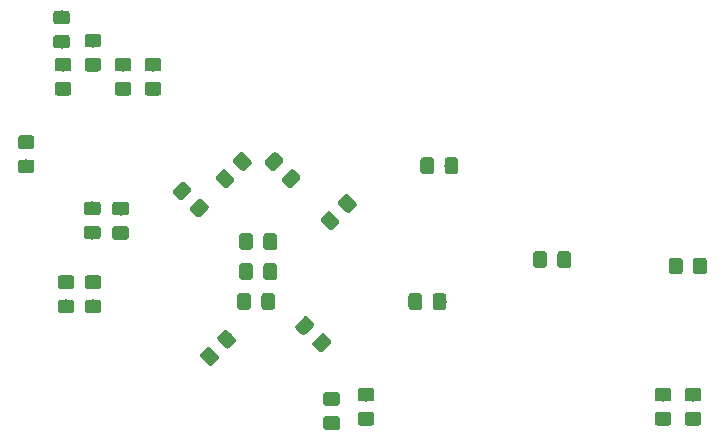
<source format=gbr>
G04 #@! TF.GenerationSoftware,KiCad,Pcbnew,(5.1.2-1)-1*
G04 #@! TF.CreationDate,2020-02-12T02:58:35-08:00*
G04 #@! TF.ProjectId,Mega,4d656761-2e6b-4696-9361-645f70636258,rev?*
G04 #@! TF.SameCoordinates,Original*
G04 #@! TF.FileFunction,Paste,Bot*
G04 #@! TF.FilePolarity,Positive*
%FSLAX46Y46*%
G04 Gerber Fmt 4.6, Leading zero omitted, Abs format (unit mm)*
G04 Created by KiCad (PCBNEW (5.1.2-1)-1) date 2020-02-12 02:58:35*
%MOMM*%
%LPD*%
G04 APERTURE LIST*
%ADD10C,0.100000*%
%ADD11C,1.150000*%
G04 APERTURE END LIST*
D10*
G36*
X32224505Y-27366204D02*
G01*
X32248773Y-27369804D01*
X32272572Y-27375765D01*
X32295671Y-27384030D01*
X32317850Y-27394520D01*
X32338893Y-27407132D01*
X32358599Y-27421747D01*
X32376777Y-27438223D01*
X32393253Y-27456401D01*
X32407868Y-27476107D01*
X32420480Y-27497150D01*
X32430970Y-27519329D01*
X32439235Y-27542428D01*
X32445196Y-27566227D01*
X32448796Y-27590495D01*
X32450000Y-27614999D01*
X32450000Y-28265001D01*
X32448796Y-28289505D01*
X32445196Y-28313773D01*
X32439235Y-28337572D01*
X32430970Y-28360671D01*
X32420480Y-28382850D01*
X32407868Y-28403893D01*
X32393253Y-28423599D01*
X32376777Y-28441777D01*
X32358599Y-28458253D01*
X32338893Y-28472868D01*
X32317850Y-28485480D01*
X32295671Y-28495970D01*
X32272572Y-28504235D01*
X32248773Y-28510196D01*
X32224505Y-28513796D01*
X32200001Y-28515000D01*
X31299999Y-28515000D01*
X31275495Y-28513796D01*
X31251227Y-28510196D01*
X31227428Y-28504235D01*
X31204329Y-28495970D01*
X31182150Y-28485480D01*
X31161107Y-28472868D01*
X31141401Y-28458253D01*
X31123223Y-28441777D01*
X31106747Y-28423599D01*
X31092132Y-28403893D01*
X31079520Y-28382850D01*
X31069030Y-28360671D01*
X31060765Y-28337572D01*
X31054804Y-28313773D01*
X31051204Y-28289505D01*
X31050000Y-28265001D01*
X31050000Y-27614999D01*
X31051204Y-27590495D01*
X31054804Y-27566227D01*
X31060765Y-27542428D01*
X31069030Y-27519329D01*
X31079520Y-27497150D01*
X31092132Y-27476107D01*
X31106747Y-27456401D01*
X31123223Y-27438223D01*
X31141401Y-27421747D01*
X31161107Y-27407132D01*
X31182150Y-27394520D01*
X31204329Y-27384030D01*
X31227428Y-27375765D01*
X31251227Y-27369804D01*
X31275495Y-27366204D01*
X31299999Y-27365000D01*
X32200001Y-27365000D01*
X32224505Y-27366204D01*
X32224505Y-27366204D01*
G37*
D11*
X31750000Y-27940000D03*
D10*
G36*
X32224505Y-29416204D02*
G01*
X32248773Y-29419804D01*
X32272572Y-29425765D01*
X32295671Y-29434030D01*
X32317850Y-29444520D01*
X32338893Y-29457132D01*
X32358599Y-29471747D01*
X32376777Y-29488223D01*
X32393253Y-29506401D01*
X32407868Y-29526107D01*
X32420480Y-29547150D01*
X32430970Y-29569329D01*
X32439235Y-29592428D01*
X32445196Y-29616227D01*
X32448796Y-29640495D01*
X32450000Y-29664999D01*
X32450000Y-30315001D01*
X32448796Y-30339505D01*
X32445196Y-30363773D01*
X32439235Y-30387572D01*
X32430970Y-30410671D01*
X32420480Y-30432850D01*
X32407868Y-30453893D01*
X32393253Y-30473599D01*
X32376777Y-30491777D01*
X32358599Y-30508253D01*
X32338893Y-30522868D01*
X32317850Y-30535480D01*
X32295671Y-30545970D01*
X32272572Y-30554235D01*
X32248773Y-30560196D01*
X32224505Y-30563796D01*
X32200001Y-30565000D01*
X31299999Y-30565000D01*
X31275495Y-30563796D01*
X31251227Y-30560196D01*
X31227428Y-30554235D01*
X31204329Y-30545970D01*
X31182150Y-30535480D01*
X31161107Y-30522868D01*
X31141401Y-30508253D01*
X31123223Y-30491777D01*
X31106747Y-30473599D01*
X31092132Y-30453893D01*
X31079520Y-30432850D01*
X31069030Y-30410671D01*
X31060765Y-30387572D01*
X31054804Y-30363773D01*
X31051204Y-30339505D01*
X31050000Y-30315001D01*
X31050000Y-29664999D01*
X31051204Y-29640495D01*
X31054804Y-29616227D01*
X31060765Y-29592428D01*
X31069030Y-29569329D01*
X31079520Y-29547150D01*
X31092132Y-29526107D01*
X31106747Y-29506401D01*
X31123223Y-29488223D01*
X31141401Y-29471747D01*
X31161107Y-29457132D01*
X31182150Y-29444520D01*
X31204329Y-29434030D01*
X31227428Y-29425765D01*
X31251227Y-29419804D01*
X31275495Y-29416204D01*
X31299999Y-29415000D01*
X32200001Y-29415000D01*
X32224505Y-29416204D01*
X32224505Y-29416204D01*
G37*
D11*
X31750000Y-29990000D03*
D10*
G36*
X29684505Y-27366204D02*
G01*
X29708773Y-27369804D01*
X29732572Y-27375765D01*
X29755671Y-27384030D01*
X29777850Y-27394520D01*
X29798893Y-27407132D01*
X29818599Y-27421747D01*
X29836777Y-27438223D01*
X29853253Y-27456401D01*
X29867868Y-27476107D01*
X29880480Y-27497150D01*
X29890970Y-27519329D01*
X29899235Y-27542428D01*
X29905196Y-27566227D01*
X29908796Y-27590495D01*
X29910000Y-27614999D01*
X29910000Y-28265001D01*
X29908796Y-28289505D01*
X29905196Y-28313773D01*
X29899235Y-28337572D01*
X29890970Y-28360671D01*
X29880480Y-28382850D01*
X29867868Y-28403893D01*
X29853253Y-28423599D01*
X29836777Y-28441777D01*
X29818599Y-28458253D01*
X29798893Y-28472868D01*
X29777850Y-28485480D01*
X29755671Y-28495970D01*
X29732572Y-28504235D01*
X29708773Y-28510196D01*
X29684505Y-28513796D01*
X29660001Y-28515000D01*
X28759999Y-28515000D01*
X28735495Y-28513796D01*
X28711227Y-28510196D01*
X28687428Y-28504235D01*
X28664329Y-28495970D01*
X28642150Y-28485480D01*
X28621107Y-28472868D01*
X28601401Y-28458253D01*
X28583223Y-28441777D01*
X28566747Y-28423599D01*
X28552132Y-28403893D01*
X28539520Y-28382850D01*
X28529030Y-28360671D01*
X28520765Y-28337572D01*
X28514804Y-28313773D01*
X28511204Y-28289505D01*
X28510000Y-28265001D01*
X28510000Y-27614999D01*
X28511204Y-27590495D01*
X28514804Y-27566227D01*
X28520765Y-27542428D01*
X28529030Y-27519329D01*
X28539520Y-27497150D01*
X28552132Y-27476107D01*
X28566747Y-27456401D01*
X28583223Y-27438223D01*
X28601401Y-27421747D01*
X28621107Y-27407132D01*
X28642150Y-27394520D01*
X28664329Y-27384030D01*
X28687428Y-27375765D01*
X28711227Y-27369804D01*
X28735495Y-27366204D01*
X28759999Y-27365000D01*
X29660001Y-27365000D01*
X29684505Y-27366204D01*
X29684505Y-27366204D01*
G37*
D11*
X29210000Y-27940000D03*
D10*
G36*
X29684505Y-29416204D02*
G01*
X29708773Y-29419804D01*
X29732572Y-29425765D01*
X29755671Y-29434030D01*
X29777850Y-29444520D01*
X29798893Y-29457132D01*
X29818599Y-29471747D01*
X29836777Y-29488223D01*
X29853253Y-29506401D01*
X29867868Y-29526107D01*
X29880480Y-29547150D01*
X29890970Y-29569329D01*
X29899235Y-29592428D01*
X29905196Y-29616227D01*
X29908796Y-29640495D01*
X29910000Y-29664999D01*
X29910000Y-30315001D01*
X29908796Y-30339505D01*
X29905196Y-30363773D01*
X29899235Y-30387572D01*
X29890970Y-30410671D01*
X29880480Y-30432850D01*
X29867868Y-30453893D01*
X29853253Y-30473599D01*
X29836777Y-30491777D01*
X29818599Y-30508253D01*
X29798893Y-30522868D01*
X29777850Y-30535480D01*
X29755671Y-30545970D01*
X29732572Y-30554235D01*
X29708773Y-30560196D01*
X29684505Y-30563796D01*
X29660001Y-30565000D01*
X28759999Y-30565000D01*
X28735495Y-30563796D01*
X28711227Y-30560196D01*
X28687428Y-30554235D01*
X28664329Y-30545970D01*
X28642150Y-30535480D01*
X28621107Y-30522868D01*
X28601401Y-30508253D01*
X28583223Y-30491777D01*
X28566747Y-30473599D01*
X28552132Y-30453893D01*
X28539520Y-30432850D01*
X28529030Y-30410671D01*
X28520765Y-30387572D01*
X28514804Y-30363773D01*
X28511204Y-30339505D01*
X28510000Y-30315001D01*
X28510000Y-29664999D01*
X28511204Y-29640495D01*
X28514804Y-29616227D01*
X28520765Y-29592428D01*
X28529030Y-29569329D01*
X28539520Y-29547150D01*
X28552132Y-29526107D01*
X28566747Y-29506401D01*
X28583223Y-29488223D01*
X28601401Y-29471747D01*
X28621107Y-29457132D01*
X28642150Y-29444520D01*
X28664329Y-29434030D01*
X28687428Y-29425765D01*
X28711227Y-29419804D01*
X28735495Y-29416204D01*
X28759999Y-29415000D01*
X29660001Y-29415000D01*
X29684505Y-29416204D01*
X29684505Y-29416204D01*
G37*
D11*
X29210000Y-29990000D03*
D10*
G36*
X27124505Y-27376204D02*
G01*
X27148773Y-27379804D01*
X27172572Y-27385765D01*
X27195671Y-27394030D01*
X27217850Y-27404520D01*
X27238893Y-27417132D01*
X27258599Y-27431747D01*
X27276777Y-27448223D01*
X27293253Y-27466401D01*
X27307868Y-27486107D01*
X27320480Y-27507150D01*
X27330970Y-27529329D01*
X27339235Y-27552428D01*
X27345196Y-27576227D01*
X27348796Y-27600495D01*
X27350000Y-27624999D01*
X27350000Y-28275001D01*
X27348796Y-28299505D01*
X27345196Y-28323773D01*
X27339235Y-28347572D01*
X27330970Y-28370671D01*
X27320480Y-28392850D01*
X27307868Y-28413893D01*
X27293253Y-28433599D01*
X27276777Y-28451777D01*
X27258599Y-28468253D01*
X27238893Y-28482868D01*
X27217850Y-28495480D01*
X27195671Y-28505970D01*
X27172572Y-28514235D01*
X27148773Y-28520196D01*
X27124505Y-28523796D01*
X27100001Y-28525000D01*
X26199999Y-28525000D01*
X26175495Y-28523796D01*
X26151227Y-28520196D01*
X26127428Y-28514235D01*
X26104329Y-28505970D01*
X26082150Y-28495480D01*
X26061107Y-28482868D01*
X26041401Y-28468253D01*
X26023223Y-28451777D01*
X26006747Y-28433599D01*
X25992132Y-28413893D01*
X25979520Y-28392850D01*
X25969030Y-28370671D01*
X25960765Y-28347572D01*
X25954804Y-28323773D01*
X25951204Y-28299505D01*
X25950000Y-28275001D01*
X25950000Y-27624999D01*
X25951204Y-27600495D01*
X25954804Y-27576227D01*
X25960765Y-27552428D01*
X25969030Y-27529329D01*
X25979520Y-27507150D01*
X25992132Y-27486107D01*
X26006747Y-27466401D01*
X26023223Y-27448223D01*
X26041401Y-27431747D01*
X26061107Y-27417132D01*
X26082150Y-27404520D01*
X26104329Y-27394030D01*
X26127428Y-27385765D01*
X26151227Y-27379804D01*
X26175495Y-27376204D01*
X26199999Y-27375000D01*
X27100001Y-27375000D01*
X27124505Y-27376204D01*
X27124505Y-27376204D01*
G37*
D11*
X26650000Y-27950000D03*
D10*
G36*
X27124505Y-25326204D02*
G01*
X27148773Y-25329804D01*
X27172572Y-25335765D01*
X27195671Y-25344030D01*
X27217850Y-25354520D01*
X27238893Y-25367132D01*
X27258599Y-25381747D01*
X27276777Y-25398223D01*
X27293253Y-25416401D01*
X27307868Y-25436107D01*
X27320480Y-25457150D01*
X27330970Y-25479329D01*
X27339235Y-25502428D01*
X27345196Y-25526227D01*
X27348796Y-25550495D01*
X27350000Y-25574999D01*
X27350000Y-26225001D01*
X27348796Y-26249505D01*
X27345196Y-26273773D01*
X27339235Y-26297572D01*
X27330970Y-26320671D01*
X27320480Y-26342850D01*
X27307868Y-26363893D01*
X27293253Y-26383599D01*
X27276777Y-26401777D01*
X27258599Y-26418253D01*
X27238893Y-26432868D01*
X27217850Y-26445480D01*
X27195671Y-26455970D01*
X27172572Y-26464235D01*
X27148773Y-26470196D01*
X27124505Y-26473796D01*
X27100001Y-26475000D01*
X26199999Y-26475000D01*
X26175495Y-26473796D01*
X26151227Y-26470196D01*
X26127428Y-26464235D01*
X26104329Y-26455970D01*
X26082150Y-26445480D01*
X26061107Y-26432868D01*
X26041401Y-26418253D01*
X26023223Y-26401777D01*
X26006747Y-26383599D01*
X25992132Y-26363893D01*
X25979520Y-26342850D01*
X25969030Y-26320671D01*
X25960765Y-26297572D01*
X25954804Y-26273773D01*
X25951204Y-26249505D01*
X25950000Y-26225001D01*
X25950000Y-25574999D01*
X25951204Y-25550495D01*
X25954804Y-25526227D01*
X25960765Y-25502428D01*
X25969030Y-25479329D01*
X25979520Y-25457150D01*
X25992132Y-25436107D01*
X26006747Y-25416401D01*
X26023223Y-25398223D01*
X26041401Y-25381747D01*
X26061107Y-25367132D01*
X26082150Y-25354520D01*
X26104329Y-25344030D01*
X26127428Y-25335765D01*
X26151227Y-25329804D01*
X26175495Y-25326204D01*
X26199999Y-25325000D01*
X27100001Y-25325000D01*
X27124505Y-25326204D01*
X27124505Y-25326204D01*
G37*
D11*
X26650000Y-25900000D03*
D10*
G36*
X24604505Y-27366204D02*
G01*
X24628773Y-27369804D01*
X24652572Y-27375765D01*
X24675671Y-27384030D01*
X24697850Y-27394520D01*
X24718893Y-27407132D01*
X24738599Y-27421747D01*
X24756777Y-27438223D01*
X24773253Y-27456401D01*
X24787868Y-27476107D01*
X24800480Y-27497150D01*
X24810970Y-27519329D01*
X24819235Y-27542428D01*
X24825196Y-27566227D01*
X24828796Y-27590495D01*
X24830000Y-27614999D01*
X24830000Y-28265001D01*
X24828796Y-28289505D01*
X24825196Y-28313773D01*
X24819235Y-28337572D01*
X24810970Y-28360671D01*
X24800480Y-28382850D01*
X24787868Y-28403893D01*
X24773253Y-28423599D01*
X24756777Y-28441777D01*
X24738599Y-28458253D01*
X24718893Y-28472868D01*
X24697850Y-28485480D01*
X24675671Y-28495970D01*
X24652572Y-28504235D01*
X24628773Y-28510196D01*
X24604505Y-28513796D01*
X24580001Y-28515000D01*
X23679999Y-28515000D01*
X23655495Y-28513796D01*
X23631227Y-28510196D01*
X23607428Y-28504235D01*
X23584329Y-28495970D01*
X23562150Y-28485480D01*
X23541107Y-28472868D01*
X23521401Y-28458253D01*
X23503223Y-28441777D01*
X23486747Y-28423599D01*
X23472132Y-28403893D01*
X23459520Y-28382850D01*
X23449030Y-28360671D01*
X23440765Y-28337572D01*
X23434804Y-28313773D01*
X23431204Y-28289505D01*
X23430000Y-28265001D01*
X23430000Y-27614999D01*
X23431204Y-27590495D01*
X23434804Y-27566227D01*
X23440765Y-27542428D01*
X23449030Y-27519329D01*
X23459520Y-27497150D01*
X23472132Y-27476107D01*
X23486747Y-27456401D01*
X23503223Y-27438223D01*
X23521401Y-27421747D01*
X23541107Y-27407132D01*
X23562150Y-27394520D01*
X23584329Y-27384030D01*
X23607428Y-27375765D01*
X23631227Y-27369804D01*
X23655495Y-27366204D01*
X23679999Y-27365000D01*
X24580001Y-27365000D01*
X24604505Y-27366204D01*
X24604505Y-27366204D01*
G37*
D11*
X24130000Y-27940000D03*
D10*
G36*
X24604505Y-29416204D02*
G01*
X24628773Y-29419804D01*
X24652572Y-29425765D01*
X24675671Y-29434030D01*
X24697850Y-29444520D01*
X24718893Y-29457132D01*
X24738599Y-29471747D01*
X24756777Y-29488223D01*
X24773253Y-29506401D01*
X24787868Y-29526107D01*
X24800480Y-29547150D01*
X24810970Y-29569329D01*
X24819235Y-29592428D01*
X24825196Y-29616227D01*
X24828796Y-29640495D01*
X24830000Y-29664999D01*
X24830000Y-30315001D01*
X24828796Y-30339505D01*
X24825196Y-30363773D01*
X24819235Y-30387572D01*
X24810970Y-30410671D01*
X24800480Y-30432850D01*
X24787868Y-30453893D01*
X24773253Y-30473599D01*
X24756777Y-30491777D01*
X24738599Y-30508253D01*
X24718893Y-30522868D01*
X24697850Y-30535480D01*
X24675671Y-30545970D01*
X24652572Y-30554235D01*
X24628773Y-30560196D01*
X24604505Y-30563796D01*
X24580001Y-30565000D01*
X23679999Y-30565000D01*
X23655495Y-30563796D01*
X23631227Y-30560196D01*
X23607428Y-30554235D01*
X23584329Y-30545970D01*
X23562150Y-30535480D01*
X23541107Y-30522868D01*
X23521401Y-30508253D01*
X23503223Y-30491777D01*
X23486747Y-30473599D01*
X23472132Y-30453893D01*
X23459520Y-30432850D01*
X23449030Y-30410671D01*
X23440765Y-30387572D01*
X23434804Y-30363773D01*
X23431204Y-30339505D01*
X23430000Y-30315001D01*
X23430000Y-29664999D01*
X23431204Y-29640495D01*
X23434804Y-29616227D01*
X23440765Y-29592428D01*
X23449030Y-29569329D01*
X23459520Y-29547150D01*
X23472132Y-29526107D01*
X23486747Y-29506401D01*
X23503223Y-29488223D01*
X23521401Y-29471747D01*
X23541107Y-29457132D01*
X23562150Y-29444520D01*
X23584329Y-29434030D01*
X23607428Y-29425765D01*
X23631227Y-29419804D01*
X23655495Y-29416204D01*
X23679999Y-29415000D01*
X24580001Y-29415000D01*
X24604505Y-29416204D01*
X24604505Y-29416204D01*
G37*
D11*
X24130000Y-29990000D03*
D10*
G36*
X21474505Y-33926204D02*
G01*
X21498773Y-33929804D01*
X21522572Y-33935765D01*
X21545671Y-33944030D01*
X21567850Y-33954520D01*
X21588893Y-33967132D01*
X21608599Y-33981747D01*
X21626777Y-33998223D01*
X21643253Y-34016401D01*
X21657868Y-34036107D01*
X21670480Y-34057150D01*
X21680970Y-34079329D01*
X21689235Y-34102428D01*
X21695196Y-34126227D01*
X21698796Y-34150495D01*
X21700000Y-34174999D01*
X21700000Y-34825001D01*
X21698796Y-34849505D01*
X21695196Y-34873773D01*
X21689235Y-34897572D01*
X21680970Y-34920671D01*
X21670480Y-34942850D01*
X21657868Y-34963893D01*
X21643253Y-34983599D01*
X21626777Y-35001777D01*
X21608599Y-35018253D01*
X21588893Y-35032868D01*
X21567850Y-35045480D01*
X21545671Y-35055970D01*
X21522572Y-35064235D01*
X21498773Y-35070196D01*
X21474505Y-35073796D01*
X21450001Y-35075000D01*
X20549999Y-35075000D01*
X20525495Y-35073796D01*
X20501227Y-35070196D01*
X20477428Y-35064235D01*
X20454329Y-35055970D01*
X20432150Y-35045480D01*
X20411107Y-35032868D01*
X20391401Y-35018253D01*
X20373223Y-35001777D01*
X20356747Y-34983599D01*
X20342132Y-34963893D01*
X20329520Y-34942850D01*
X20319030Y-34920671D01*
X20310765Y-34897572D01*
X20304804Y-34873773D01*
X20301204Y-34849505D01*
X20300000Y-34825001D01*
X20300000Y-34174999D01*
X20301204Y-34150495D01*
X20304804Y-34126227D01*
X20310765Y-34102428D01*
X20319030Y-34079329D01*
X20329520Y-34057150D01*
X20342132Y-34036107D01*
X20356747Y-34016401D01*
X20373223Y-33998223D01*
X20391401Y-33981747D01*
X20411107Y-33967132D01*
X20432150Y-33954520D01*
X20454329Y-33944030D01*
X20477428Y-33935765D01*
X20501227Y-33929804D01*
X20525495Y-33926204D01*
X20549999Y-33925000D01*
X21450001Y-33925000D01*
X21474505Y-33926204D01*
X21474505Y-33926204D01*
G37*
D11*
X21000000Y-34500000D03*
D10*
G36*
X21474505Y-35976204D02*
G01*
X21498773Y-35979804D01*
X21522572Y-35985765D01*
X21545671Y-35994030D01*
X21567850Y-36004520D01*
X21588893Y-36017132D01*
X21608599Y-36031747D01*
X21626777Y-36048223D01*
X21643253Y-36066401D01*
X21657868Y-36086107D01*
X21670480Y-36107150D01*
X21680970Y-36129329D01*
X21689235Y-36152428D01*
X21695196Y-36176227D01*
X21698796Y-36200495D01*
X21700000Y-36224999D01*
X21700000Y-36875001D01*
X21698796Y-36899505D01*
X21695196Y-36923773D01*
X21689235Y-36947572D01*
X21680970Y-36970671D01*
X21670480Y-36992850D01*
X21657868Y-37013893D01*
X21643253Y-37033599D01*
X21626777Y-37051777D01*
X21608599Y-37068253D01*
X21588893Y-37082868D01*
X21567850Y-37095480D01*
X21545671Y-37105970D01*
X21522572Y-37114235D01*
X21498773Y-37120196D01*
X21474505Y-37123796D01*
X21450001Y-37125000D01*
X20549999Y-37125000D01*
X20525495Y-37123796D01*
X20501227Y-37120196D01*
X20477428Y-37114235D01*
X20454329Y-37105970D01*
X20432150Y-37095480D01*
X20411107Y-37082868D01*
X20391401Y-37068253D01*
X20373223Y-37051777D01*
X20356747Y-37033599D01*
X20342132Y-37013893D01*
X20329520Y-36992850D01*
X20319030Y-36970671D01*
X20310765Y-36947572D01*
X20304804Y-36923773D01*
X20301204Y-36899505D01*
X20300000Y-36875001D01*
X20300000Y-36224999D01*
X20301204Y-36200495D01*
X20304804Y-36176227D01*
X20310765Y-36152428D01*
X20319030Y-36129329D01*
X20329520Y-36107150D01*
X20342132Y-36086107D01*
X20356747Y-36066401D01*
X20373223Y-36048223D01*
X20391401Y-36031747D01*
X20411107Y-36017132D01*
X20432150Y-36004520D01*
X20454329Y-35994030D01*
X20477428Y-35985765D01*
X20501227Y-35979804D01*
X20525495Y-35976204D01*
X20549999Y-35975000D01*
X21450001Y-35975000D01*
X21474505Y-35976204D01*
X21474505Y-35976204D01*
G37*
D11*
X21000000Y-36550000D03*
D10*
G36*
X24474505Y-25426204D02*
G01*
X24498773Y-25429804D01*
X24522572Y-25435765D01*
X24545671Y-25444030D01*
X24567850Y-25454520D01*
X24588893Y-25467132D01*
X24608599Y-25481747D01*
X24626777Y-25498223D01*
X24643253Y-25516401D01*
X24657868Y-25536107D01*
X24670480Y-25557150D01*
X24680970Y-25579329D01*
X24689235Y-25602428D01*
X24695196Y-25626227D01*
X24698796Y-25650495D01*
X24700000Y-25674999D01*
X24700000Y-26325001D01*
X24698796Y-26349505D01*
X24695196Y-26373773D01*
X24689235Y-26397572D01*
X24680970Y-26420671D01*
X24670480Y-26442850D01*
X24657868Y-26463893D01*
X24643253Y-26483599D01*
X24626777Y-26501777D01*
X24608599Y-26518253D01*
X24588893Y-26532868D01*
X24567850Y-26545480D01*
X24545671Y-26555970D01*
X24522572Y-26564235D01*
X24498773Y-26570196D01*
X24474505Y-26573796D01*
X24450001Y-26575000D01*
X23549999Y-26575000D01*
X23525495Y-26573796D01*
X23501227Y-26570196D01*
X23477428Y-26564235D01*
X23454329Y-26555970D01*
X23432150Y-26545480D01*
X23411107Y-26532868D01*
X23391401Y-26518253D01*
X23373223Y-26501777D01*
X23356747Y-26483599D01*
X23342132Y-26463893D01*
X23329520Y-26442850D01*
X23319030Y-26420671D01*
X23310765Y-26397572D01*
X23304804Y-26373773D01*
X23301204Y-26349505D01*
X23300000Y-26325001D01*
X23300000Y-25674999D01*
X23301204Y-25650495D01*
X23304804Y-25626227D01*
X23310765Y-25602428D01*
X23319030Y-25579329D01*
X23329520Y-25557150D01*
X23342132Y-25536107D01*
X23356747Y-25516401D01*
X23373223Y-25498223D01*
X23391401Y-25481747D01*
X23411107Y-25467132D01*
X23432150Y-25454520D01*
X23454329Y-25444030D01*
X23477428Y-25435765D01*
X23501227Y-25429804D01*
X23525495Y-25426204D01*
X23549999Y-25425000D01*
X24450001Y-25425000D01*
X24474505Y-25426204D01*
X24474505Y-25426204D01*
G37*
D11*
X24000000Y-26000000D03*
D10*
G36*
X24474505Y-23376204D02*
G01*
X24498773Y-23379804D01*
X24522572Y-23385765D01*
X24545671Y-23394030D01*
X24567850Y-23404520D01*
X24588893Y-23417132D01*
X24608599Y-23431747D01*
X24626777Y-23448223D01*
X24643253Y-23466401D01*
X24657868Y-23486107D01*
X24670480Y-23507150D01*
X24680970Y-23529329D01*
X24689235Y-23552428D01*
X24695196Y-23576227D01*
X24698796Y-23600495D01*
X24700000Y-23624999D01*
X24700000Y-24275001D01*
X24698796Y-24299505D01*
X24695196Y-24323773D01*
X24689235Y-24347572D01*
X24680970Y-24370671D01*
X24670480Y-24392850D01*
X24657868Y-24413893D01*
X24643253Y-24433599D01*
X24626777Y-24451777D01*
X24608599Y-24468253D01*
X24588893Y-24482868D01*
X24567850Y-24495480D01*
X24545671Y-24505970D01*
X24522572Y-24514235D01*
X24498773Y-24520196D01*
X24474505Y-24523796D01*
X24450001Y-24525000D01*
X23549999Y-24525000D01*
X23525495Y-24523796D01*
X23501227Y-24520196D01*
X23477428Y-24514235D01*
X23454329Y-24505970D01*
X23432150Y-24495480D01*
X23411107Y-24482868D01*
X23391401Y-24468253D01*
X23373223Y-24451777D01*
X23356747Y-24433599D01*
X23342132Y-24413893D01*
X23329520Y-24392850D01*
X23319030Y-24370671D01*
X23310765Y-24347572D01*
X23304804Y-24323773D01*
X23301204Y-24299505D01*
X23300000Y-24275001D01*
X23300000Y-23624999D01*
X23301204Y-23600495D01*
X23304804Y-23576227D01*
X23310765Y-23552428D01*
X23319030Y-23529329D01*
X23329520Y-23507150D01*
X23342132Y-23486107D01*
X23356747Y-23466401D01*
X23373223Y-23448223D01*
X23391401Y-23431747D01*
X23411107Y-23417132D01*
X23432150Y-23404520D01*
X23454329Y-23394030D01*
X23477428Y-23385765D01*
X23501227Y-23379804D01*
X23525495Y-23376204D01*
X23549999Y-23375000D01*
X24450001Y-23375000D01*
X24474505Y-23376204D01*
X24474505Y-23376204D01*
G37*
D11*
X24000000Y-23950000D03*
D10*
G36*
X41849505Y-47301204D02*
G01*
X41873773Y-47304804D01*
X41897572Y-47310765D01*
X41920671Y-47319030D01*
X41942850Y-47329520D01*
X41963893Y-47342132D01*
X41983599Y-47356747D01*
X42001777Y-47373223D01*
X42018253Y-47391401D01*
X42032868Y-47411107D01*
X42045480Y-47432150D01*
X42055970Y-47454329D01*
X42064235Y-47477428D01*
X42070196Y-47501227D01*
X42073796Y-47525495D01*
X42075000Y-47549999D01*
X42075000Y-48450001D01*
X42073796Y-48474505D01*
X42070196Y-48498773D01*
X42064235Y-48522572D01*
X42055970Y-48545671D01*
X42045480Y-48567850D01*
X42032868Y-48588893D01*
X42018253Y-48608599D01*
X42001777Y-48626777D01*
X41983599Y-48643253D01*
X41963893Y-48657868D01*
X41942850Y-48670480D01*
X41920671Y-48680970D01*
X41897572Y-48689235D01*
X41873773Y-48695196D01*
X41849505Y-48698796D01*
X41825001Y-48700000D01*
X41174999Y-48700000D01*
X41150495Y-48698796D01*
X41126227Y-48695196D01*
X41102428Y-48689235D01*
X41079329Y-48680970D01*
X41057150Y-48670480D01*
X41036107Y-48657868D01*
X41016401Y-48643253D01*
X40998223Y-48626777D01*
X40981747Y-48608599D01*
X40967132Y-48588893D01*
X40954520Y-48567850D01*
X40944030Y-48545671D01*
X40935765Y-48522572D01*
X40929804Y-48498773D01*
X40926204Y-48474505D01*
X40925000Y-48450001D01*
X40925000Y-47549999D01*
X40926204Y-47525495D01*
X40929804Y-47501227D01*
X40935765Y-47477428D01*
X40944030Y-47454329D01*
X40954520Y-47432150D01*
X40967132Y-47411107D01*
X40981747Y-47391401D01*
X40998223Y-47373223D01*
X41016401Y-47356747D01*
X41036107Y-47342132D01*
X41057150Y-47329520D01*
X41079329Y-47319030D01*
X41102428Y-47310765D01*
X41126227Y-47304804D01*
X41150495Y-47301204D01*
X41174999Y-47300000D01*
X41825001Y-47300000D01*
X41849505Y-47301204D01*
X41849505Y-47301204D01*
G37*
D11*
X41500000Y-48000000D03*
D10*
G36*
X39799505Y-47301204D02*
G01*
X39823773Y-47304804D01*
X39847572Y-47310765D01*
X39870671Y-47319030D01*
X39892850Y-47329520D01*
X39913893Y-47342132D01*
X39933599Y-47356747D01*
X39951777Y-47373223D01*
X39968253Y-47391401D01*
X39982868Y-47411107D01*
X39995480Y-47432150D01*
X40005970Y-47454329D01*
X40014235Y-47477428D01*
X40020196Y-47501227D01*
X40023796Y-47525495D01*
X40025000Y-47549999D01*
X40025000Y-48450001D01*
X40023796Y-48474505D01*
X40020196Y-48498773D01*
X40014235Y-48522572D01*
X40005970Y-48545671D01*
X39995480Y-48567850D01*
X39982868Y-48588893D01*
X39968253Y-48608599D01*
X39951777Y-48626777D01*
X39933599Y-48643253D01*
X39913893Y-48657868D01*
X39892850Y-48670480D01*
X39870671Y-48680970D01*
X39847572Y-48689235D01*
X39823773Y-48695196D01*
X39799505Y-48698796D01*
X39775001Y-48700000D01*
X39124999Y-48700000D01*
X39100495Y-48698796D01*
X39076227Y-48695196D01*
X39052428Y-48689235D01*
X39029329Y-48680970D01*
X39007150Y-48670480D01*
X38986107Y-48657868D01*
X38966401Y-48643253D01*
X38948223Y-48626777D01*
X38931747Y-48608599D01*
X38917132Y-48588893D01*
X38904520Y-48567850D01*
X38894030Y-48545671D01*
X38885765Y-48522572D01*
X38879804Y-48498773D01*
X38876204Y-48474505D01*
X38875000Y-48450001D01*
X38875000Y-47549999D01*
X38876204Y-47525495D01*
X38879804Y-47501227D01*
X38885765Y-47477428D01*
X38894030Y-47454329D01*
X38904520Y-47432150D01*
X38917132Y-47411107D01*
X38931747Y-47391401D01*
X38948223Y-47373223D01*
X38966401Y-47356747D01*
X38986107Y-47342132D01*
X39007150Y-47329520D01*
X39029329Y-47319030D01*
X39052428Y-47310765D01*
X39076227Y-47304804D01*
X39100495Y-47301204D01*
X39124999Y-47300000D01*
X39775001Y-47300000D01*
X39799505Y-47301204D01*
X39799505Y-47301204D01*
G37*
D11*
X39450000Y-48000000D03*
D10*
G36*
X57349505Y-35801204D02*
G01*
X57373773Y-35804804D01*
X57397572Y-35810765D01*
X57420671Y-35819030D01*
X57442850Y-35829520D01*
X57463893Y-35842132D01*
X57483599Y-35856747D01*
X57501777Y-35873223D01*
X57518253Y-35891401D01*
X57532868Y-35911107D01*
X57545480Y-35932150D01*
X57555970Y-35954329D01*
X57564235Y-35977428D01*
X57570196Y-36001227D01*
X57573796Y-36025495D01*
X57575000Y-36049999D01*
X57575000Y-36950001D01*
X57573796Y-36974505D01*
X57570196Y-36998773D01*
X57564235Y-37022572D01*
X57555970Y-37045671D01*
X57545480Y-37067850D01*
X57532868Y-37088893D01*
X57518253Y-37108599D01*
X57501777Y-37126777D01*
X57483599Y-37143253D01*
X57463893Y-37157868D01*
X57442850Y-37170480D01*
X57420671Y-37180970D01*
X57397572Y-37189235D01*
X57373773Y-37195196D01*
X57349505Y-37198796D01*
X57325001Y-37200000D01*
X56674999Y-37200000D01*
X56650495Y-37198796D01*
X56626227Y-37195196D01*
X56602428Y-37189235D01*
X56579329Y-37180970D01*
X56557150Y-37170480D01*
X56536107Y-37157868D01*
X56516401Y-37143253D01*
X56498223Y-37126777D01*
X56481747Y-37108599D01*
X56467132Y-37088893D01*
X56454520Y-37067850D01*
X56444030Y-37045671D01*
X56435765Y-37022572D01*
X56429804Y-36998773D01*
X56426204Y-36974505D01*
X56425000Y-36950001D01*
X56425000Y-36049999D01*
X56426204Y-36025495D01*
X56429804Y-36001227D01*
X56435765Y-35977428D01*
X56444030Y-35954329D01*
X56454520Y-35932150D01*
X56467132Y-35911107D01*
X56481747Y-35891401D01*
X56498223Y-35873223D01*
X56516401Y-35856747D01*
X56536107Y-35842132D01*
X56557150Y-35829520D01*
X56579329Y-35819030D01*
X56602428Y-35810765D01*
X56626227Y-35804804D01*
X56650495Y-35801204D01*
X56674999Y-35800000D01*
X57325001Y-35800000D01*
X57349505Y-35801204D01*
X57349505Y-35801204D01*
G37*
D11*
X57000000Y-36500000D03*
D10*
G36*
X55299505Y-35801204D02*
G01*
X55323773Y-35804804D01*
X55347572Y-35810765D01*
X55370671Y-35819030D01*
X55392850Y-35829520D01*
X55413893Y-35842132D01*
X55433599Y-35856747D01*
X55451777Y-35873223D01*
X55468253Y-35891401D01*
X55482868Y-35911107D01*
X55495480Y-35932150D01*
X55505970Y-35954329D01*
X55514235Y-35977428D01*
X55520196Y-36001227D01*
X55523796Y-36025495D01*
X55525000Y-36049999D01*
X55525000Y-36950001D01*
X55523796Y-36974505D01*
X55520196Y-36998773D01*
X55514235Y-37022572D01*
X55505970Y-37045671D01*
X55495480Y-37067850D01*
X55482868Y-37088893D01*
X55468253Y-37108599D01*
X55451777Y-37126777D01*
X55433599Y-37143253D01*
X55413893Y-37157868D01*
X55392850Y-37170480D01*
X55370671Y-37180970D01*
X55347572Y-37189235D01*
X55323773Y-37195196D01*
X55299505Y-37198796D01*
X55275001Y-37200000D01*
X54624999Y-37200000D01*
X54600495Y-37198796D01*
X54576227Y-37195196D01*
X54552428Y-37189235D01*
X54529329Y-37180970D01*
X54507150Y-37170480D01*
X54486107Y-37157868D01*
X54466401Y-37143253D01*
X54448223Y-37126777D01*
X54431747Y-37108599D01*
X54417132Y-37088893D01*
X54404520Y-37067850D01*
X54394030Y-37045671D01*
X54385765Y-37022572D01*
X54379804Y-36998773D01*
X54376204Y-36974505D01*
X54375000Y-36950001D01*
X54375000Y-36049999D01*
X54376204Y-36025495D01*
X54379804Y-36001227D01*
X54385765Y-35977428D01*
X54394030Y-35954329D01*
X54404520Y-35932150D01*
X54417132Y-35911107D01*
X54431747Y-35891401D01*
X54448223Y-35873223D01*
X54466401Y-35856747D01*
X54486107Y-35842132D01*
X54507150Y-35829520D01*
X54529329Y-35819030D01*
X54552428Y-35810765D01*
X54576227Y-35804804D01*
X54600495Y-35801204D01*
X54624999Y-35800000D01*
X55275001Y-35800000D01*
X55299505Y-35801204D01*
X55299505Y-35801204D01*
G37*
D11*
X54950000Y-36500000D03*
D10*
G36*
X76349505Y-44301204D02*
G01*
X76373773Y-44304804D01*
X76397572Y-44310765D01*
X76420671Y-44319030D01*
X76442850Y-44329520D01*
X76463893Y-44342132D01*
X76483599Y-44356747D01*
X76501777Y-44373223D01*
X76518253Y-44391401D01*
X76532868Y-44411107D01*
X76545480Y-44432150D01*
X76555970Y-44454329D01*
X76564235Y-44477428D01*
X76570196Y-44501227D01*
X76573796Y-44525495D01*
X76575000Y-44549999D01*
X76575000Y-45450001D01*
X76573796Y-45474505D01*
X76570196Y-45498773D01*
X76564235Y-45522572D01*
X76555970Y-45545671D01*
X76545480Y-45567850D01*
X76532868Y-45588893D01*
X76518253Y-45608599D01*
X76501777Y-45626777D01*
X76483599Y-45643253D01*
X76463893Y-45657868D01*
X76442850Y-45670480D01*
X76420671Y-45680970D01*
X76397572Y-45689235D01*
X76373773Y-45695196D01*
X76349505Y-45698796D01*
X76325001Y-45700000D01*
X75674999Y-45700000D01*
X75650495Y-45698796D01*
X75626227Y-45695196D01*
X75602428Y-45689235D01*
X75579329Y-45680970D01*
X75557150Y-45670480D01*
X75536107Y-45657868D01*
X75516401Y-45643253D01*
X75498223Y-45626777D01*
X75481747Y-45608599D01*
X75467132Y-45588893D01*
X75454520Y-45567850D01*
X75444030Y-45545671D01*
X75435765Y-45522572D01*
X75429804Y-45498773D01*
X75426204Y-45474505D01*
X75425000Y-45450001D01*
X75425000Y-44549999D01*
X75426204Y-44525495D01*
X75429804Y-44501227D01*
X75435765Y-44477428D01*
X75444030Y-44454329D01*
X75454520Y-44432150D01*
X75467132Y-44411107D01*
X75481747Y-44391401D01*
X75498223Y-44373223D01*
X75516401Y-44356747D01*
X75536107Y-44342132D01*
X75557150Y-44329520D01*
X75579329Y-44319030D01*
X75602428Y-44310765D01*
X75626227Y-44304804D01*
X75650495Y-44301204D01*
X75674999Y-44300000D01*
X76325001Y-44300000D01*
X76349505Y-44301204D01*
X76349505Y-44301204D01*
G37*
D11*
X76000000Y-45000000D03*
D10*
G36*
X78399505Y-44301204D02*
G01*
X78423773Y-44304804D01*
X78447572Y-44310765D01*
X78470671Y-44319030D01*
X78492850Y-44329520D01*
X78513893Y-44342132D01*
X78533599Y-44356747D01*
X78551777Y-44373223D01*
X78568253Y-44391401D01*
X78582868Y-44411107D01*
X78595480Y-44432150D01*
X78605970Y-44454329D01*
X78614235Y-44477428D01*
X78620196Y-44501227D01*
X78623796Y-44525495D01*
X78625000Y-44549999D01*
X78625000Y-45450001D01*
X78623796Y-45474505D01*
X78620196Y-45498773D01*
X78614235Y-45522572D01*
X78605970Y-45545671D01*
X78595480Y-45567850D01*
X78582868Y-45588893D01*
X78568253Y-45608599D01*
X78551777Y-45626777D01*
X78533599Y-45643253D01*
X78513893Y-45657868D01*
X78492850Y-45670480D01*
X78470671Y-45680970D01*
X78447572Y-45689235D01*
X78423773Y-45695196D01*
X78399505Y-45698796D01*
X78375001Y-45700000D01*
X77724999Y-45700000D01*
X77700495Y-45698796D01*
X77676227Y-45695196D01*
X77652428Y-45689235D01*
X77629329Y-45680970D01*
X77607150Y-45670480D01*
X77586107Y-45657868D01*
X77566401Y-45643253D01*
X77548223Y-45626777D01*
X77531747Y-45608599D01*
X77517132Y-45588893D01*
X77504520Y-45567850D01*
X77494030Y-45545671D01*
X77485765Y-45522572D01*
X77479804Y-45498773D01*
X77476204Y-45474505D01*
X77475000Y-45450001D01*
X77475000Y-44549999D01*
X77476204Y-44525495D01*
X77479804Y-44501227D01*
X77485765Y-44477428D01*
X77494030Y-44454329D01*
X77504520Y-44432150D01*
X77517132Y-44411107D01*
X77531747Y-44391401D01*
X77548223Y-44373223D01*
X77566401Y-44356747D01*
X77586107Y-44342132D01*
X77607150Y-44329520D01*
X77629329Y-44319030D01*
X77652428Y-44310765D01*
X77676227Y-44304804D01*
X77700495Y-44301204D01*
X77724999Y-44300000D01*
X78375001Y-44300000D01*
X78399505Y-44301204D01*
X78399505Y-44301204D01*
G37*
D11*
X78050000Y-45000000D03*
D10*
G36*
X56349505Y-47301204D02*
G01*
X56373773Y-47304804D01*
X56397572Y-47310765D01*
X56420671Y-47319030D01*
X56442850Y-47329520D01*
X56463893Y-47342132D01*
X56483599Y-47356747D01*
X56501777Y-47373223D01*
X56518253Y-47391401D01*
X56532868Y-47411107D01*
X56545480Y-47432150D01*
X56555970Y-47454329D01*
X56564235Y-47477428D01*
X56570196Y-47501227D01*
X56573796Y-47525495D01*
X56575000Y-47549999D01*
X56575000Y-48450001D01*
X56573796Y-48474505D01*
X56570196Y-48498773D01*
X56564235Y-48522572D01*
X56555970Y-48545671D01*
X56545480Y-48567850D01*
X56532868Y-48588893D01*
X56518253Y-48608599D01*
X56501777Y-48626777D01*
X56483599Y-48643253D01*
X56463893Y-48657868D01*
X56442850Y-48670480D01*
X56420671Y-48680970D01*
X56397572Y-48689235D01*
X56373773Y-48695196D01*
X56349505Y-48698796D01*
X56325001Y-48700000D01*
X55674999Y-48700000D01*
X55650495Y-48698796D01*
X55626227Y-48695196D01*
X55602428Y-48689235D01*
X55579329Y-48680970D01*
X55557150Y-48670480D01*
X55536107Y-48657868D01*
X55516401Y-48643253D01*
X55498223Y-48626777D01*
X55481747Y-48608599D01*
X55467132Y-48588893D01*
X55454520Y-48567850D01*
X55444030Y-48545671D01*
X55435765Y-48522572D01*
X55429804Y-48498773D01*
X55426204Y-48474505D01*
X55425000Y-48450001D01*
X55425000Y-47549999D01*
X55426204Y-47525495D01*
X55429804Y-47501227D01*
X55435765Y-47477428D01*
X55444030Y-47454329D01*
X55454520Y-47432150D01*
X55467132Y-47411107D01*
X55481747Y-47391401D01*
X55498223Y-47373223D01*
X55516401Y-47356747D01*
X55536107Y-47342132D01*
X55557150Y-47329520D01*
X55579329Y-47319030D01*
X55602428Y-47310765D01*
X55626227Y-47304804D01*
X55650495Y-47301204D01*
X55674999Y-47300000D01*
X56325001Y-47300000D01*
X56349505Y-47301204D01*
X56349505Y-47301204D01*
G37*
D11*
X56000000Y-48000000D03*
D10*
G36*
X54299505Y-47301204D02*
G01*
X54323773Y-47304804D01*
X54347572Y-47310765D01*
X54370671Y-47319030D01*
X54392850Y-47329520D01*
X54413893Y-47342132D01*
X54433599Y-47356747D01*
X54451777Y-47373223D01*
X54468253Y-47391401D01*
X54482868Y-47411107D01*
X54495480Y-47432150D01*
X54505970Y-47454329D01*
X54514235Y-47477428D01*
X54520196Y-47501227D01*
X54523796Y-47525495D01*
X54525000Y-47549999D01*
X54525000Y-48450001D01*
X54523796Y-48474505D01*
X54520196Y-48498773D01*
X54514235Y-48522572D01*
X54505970Y-48545671D01*
X54495480Y-48567850D01*
X54482868Y-48588893D01*
X54468253Y-48608599D01*
X54451777Y-48626777D01*
X54433599Y-48643253D01*
X54413893Y-48657868D01*
X54392850Y-48670480D01*
X54370671Y-48680970D01*
X54347572Y-48689235D01*
X54323773Y-48695196D01*
X54299505Y-48698796D01*
X54275001Y-48700000D01*
X53624999Y-48700000D01*
X53600495Y-48698796D01*
X53576227Y-48695196D01*
X53552428Y-48689235D01*
X53529329Y-48680970D01*
X53507150Y-48670480D01*
X53486107Y-48657868D01*
X53466401Y-48643253D01*
X53448223Y-48626777D01*
X53431747Y-48608599D01*
X53417132Y-48588893D01*
X53404520Y-48567850D01*
X53394030Y-48545671D01*
X53385765Y-48522572D01*
X53379804Y-48498773D01*
X53376204Y-48474505D01*
X53375000Y-48450001D01*
X53375000Y-47549999D01*
X53376204Y-47525495D01*
X53379804Y-47501227D01*
X53385765Y-47477428D01*
X53394030Y-47454329D01*
X53404520Y-47432150D01*
X53417132Y-47411107D01*
X53431747Y-47391401D01*
X53448223Y-47373223D01*
X53466401Y-47356747D01*
X53486107Y-47342132D01*
X53507150Y-47329520D01*
X53529329Y-47319030D01*
X53552428Y-47310765D01*
X53576227Y-47304804D01*
X53600495Y-47301204D01*
X53624999Y-47300000D01*
X54275001Y-47300000D01*
X54299505Y-47301204D01*
X54299505Y-47301204D01*
G37*
D11*
X53950000Y-48000000D03*
D10*
G36*
X35762676Y-39288980D02*
G01*
X35786944Y-39292580D01*
X35810743Y-39298541D01*
X35833842Y-39306806D01*
X35856021Y-39317296D01*
X35877064Y-39329908D01*
X35896770Y-39344523D01*
X35914948Y-39360999D01*
X36374569Y-39820620D01*
X36391045Y-39838798D01*
X36405660Y-39858504D01*
X36418272Y-39879547D01*
X36428762Y-39901726D01*
X36437027Y-39924825D01*
X36442988Y-39948624D01*
X36446588Y-39972892D01*
X36447792Y-39997396D01*
X36446588Y-40021900D01*
X36442988Y-40046168D01*
X36437027Y-40069967D01*
X36428762Y-40093066D01*
X36418272Y-40115245D01*
X36405660Y-40136288D01*
X36391045Y-40155994D01*
X36374569Y-40174172D01*
X35738172Y-40810569D01*
X35719994Y-40827045D01*
X35700288Y-40841660D01*
X35679245Y-40854272D01*
X35657066Y-40864762D01*
X35633967Y-40873027D01*
X35610168Y-40878988D01*
X35585900Y-40882588D01*
X35561396Y-40883792D01*
X35536892Y-40882588D01*
X35512624Y-40878988D01*
X35488825Y-40873027D01*
X35465726Y-40864762D01*
X35443547Y-40854272D01*
X35422504Y-40841660D01*
X35402798Y-40827045D01*
X35384620Y-40810569D01*
X34924999Y-40350948D01*
X34908523Y-40332770D01*
X34893908Y-40313064D01*
X34881296Y-40292021D01*
X34870806Y-40269842D01*
X34862541Y-40246743D01*
X34856580Y-40222944D01*
X34852980Y-40198676D01*
X34851776Y-40174172D01*
X34852980Y-40149668D01*
X34856580Y-40125400D01*
X34862541Y-40101601D01*
X34870806Y-40078502D01*
X34881296Y-40056323D01*
X34893908Y-40035280D01*
X34908523Y-40015574D01*
X34924999Y-39997396D01*
X35561396Y-39360999D01*
X35579574Y-39344523D01*
X35599280Y-39329908D01*
X35620323Y-39317296D01*
X35642502Y-39306806D01*
X35665601Y-39298541D01*
X35689400Y-39292580D01*
X35713668Y-39288980D01*
X35738172Y-39287776D01*
X35762676Y-39288980D01*
X35762676Y-39288980D01*
G37*
D11*
X35649784Y-40085784D03*
D10*
G36*
X34313108Y-37839412D02*
G01*
X34337376Y-37843012D01*
X34361175Y-37848973D01*
X34384274Y-37857238D01*
X34406453Y-37867728D01*
X34427496Y-37880340D01*
X34447202Y-37894955D01*
X34465380Y-37911431D01*
X34925001Y-38371052D01*
X34941477Y-38389230D01*
X34956092Y-38408936D01*
X34968704Y-38429979D01*
X34979194Y-38452158D01*
X34987459Y-38475257D01*
X34993420Y-38499056D01*
X34997020Y-38523324D01*
X34998224Y-38547828D01*
X34997020Y-38572332D01*
X34993420Y-38596600D01*
X34987459Y-38620399D01*
X34979194Y-38643498D01*
X34968704Y-38665677D01*
X34956092Y-38686720D01*
X34941477Y-38706426D01*
X34925001Y-38724604D01*
X34288604Y-39361001D01*
X34270426Y-39377477D01*
X34250720Y-39392092D01*
X34229677Y-39404704D01*
X34207498Y-39415194D01*
X34184399Y-39423459D01*
X34160600Y-39429420D01*
X34136332Y-39433020D01*
X34111828Y-39434224D01*
X34087324Y-39433020D01*
X34063056Y-39429420D01*
X34039257Y-39423459D01*
X34016158Y-39415194D01*
X33993979Y-39404704D01*
X33972936Y-39392092D01*
X33953230Y-39377477D01*
X33935052Y-39361001D01*
X33475431Y-38901380D01*
X33458955Y-38883202D01*
X33444340Y-38863496D01*
X33431728Y-38842453D01*
X33421238Y-38820274D01*
X33412973Y-38797175D01*
X33407012Y-38773376D01*
X33403412Y-38749108D01*
X33402208Y-38724604D01*
X33403412Y-38700100D01*
X33407012Y-38675832D01*
X33412973Y-38652033D01*
X33421238Y-38628934D01*
X33431728Y-38606755D01*
X33444340Y-38585712D01*
X33458955Y-38566006D01*
X33475431Y-38547828D01*
X34111828Y-37911431D01*
X34130006Y-37894955D01*
X34149712Y-37880340D01*
X34170755Y-37867728D01*
X34192934Y-37857238D01*
X34216033Y-37848973D01*
X34239832Y-37843012D01*
X34264100Y-37839412D01*
X34288604Y-37838208D01*
X34313108Y-37839412D01*
X34313108Y-37839412D01*
G37*
D11*
X34200216Y-38636216D03*
D10*
G36*
X48121684Y-38901628D02*
G01*
X48145952Y-38905228D01*
X48169751Y-38911189D01*
X48192850Y-38919454D01*
X48215029Y-38929944D01*
X48236072Y-38942556D01*
X48255778Y-38957171D01*
X48273956Y-38973647D01*
X48910353Y-39610044D01*
X48926829Y-39628222D01*
X48941444Y-39647928D01*
X48954056Y-39668971D01*
X48964546Y-39691150D01*
X48972811Y-39714249D01*
X48978772Y-39738048D01*
X48982372Y-39762316D01*
X48983576Y-39786820D01*
X48982372Y-39811324D01*
X48978772Y-39835592D01*
X48972811Y-39859391D01*
X48964546Y-39882490D01*
X48954056Y-39904669D01*
X48941444Y-39925712D01*
X48926829Y-39945418D01*
X48910353Y-39963596D01*
X48450732Y-40423217D01*
X48432554Y-40439693D01*
X48412848Y-40454308D01*
X48391805Y-40466920D01*
X48369626Y-40477410D01*
X48346527Y-40485675D01*
X48322728Y-40491636D01*
X48298460Y-40495236D01*
X48273956Y-40496440D01*
X48249452Y-40495236D01*
X48225184Y-40491636D01*
X48201385Y-40485675D01*
X48178286Y-40477410D01*
X48156107Y-40466920D01*
X48135064Y-40454308D01*
X48115358Y-40439693D01*
X48097180Y-40423217D01*
X47460783Y-39786820D01*
X47444307Y-39768642D01*
X47429692Y-39748936D01*
X47417080Y-39727893D01*
X47406590Y-39705714D01*
X47398325Y-39682615D01*
X47392364Y-39658816D01*
X47388764Y-39634548D01*
X47387560Y-39610044D01*
X47388764Y-39585540D01*
X47392364Y-39561272D01*
X47398325Y-39537473D01*
X47406590Y-39514374D01*
X47417080Y-39492195D01*
X47429692Y-39471152D01*
X47444307Y-39451446D01*
X47460783Y-39433268D01*
X47920404Y-38973647D01*
X47938582Y-38957171D01*
X47958288Y-38942556D01*
X47979331Y-38929944D01*
X48001510Y-38919454D01*
X48024609Y-38911189D01*
X48048408Y-38905228D01*
X48072676Y-38901628D01*
X48097180Y-38900424D01*
X48121684Y-38901628D01*
X48121684Y-38901628D01*
G37*
D11*
X48185568Y-39698432D03*
D10*
G36*
X46672116Y-40351196D02*
G01*
X46696384Y-40354796D01*
X46720183Y-40360757D01*
X46743282Y-40369022D01*
X46765461Y-40379512D01*
X46786504Y-40392124D01*
X46806210Y-40406739D01*
X46824388Y-40423215D01*
X47460785Y-41059612D01*
X47477261Y-41077790D01*
X47491876Y-41097496D01*
X47504488Y-41118539D01*
X47514978Y-41140718D01*
X47523243Y-41163817D01*
X47529204Y-41187616D01*
X47532804Y-41211884D01*
X47534008Y-41236388D01*
X47532804Y-41260892D01*
X47529204Y-41285160D01*
X47523243Y-41308959D01*
X47514978Y-41332058D01*
X47504488Y-41354237D01*
X47491876Y-41375280D01*
X47477261Y-41394986D01*
X47460785Y-41413164D01*
X47001164Y-41872785D01*
X46982986Y-41889261D01*
X46963280Y-41903876D01*
X46942237Y-41916488D01*
X46920058Y-41926978D01*
X46896959Y-41935243D01*
X46873160Y-41941204D01*
X46848892Y-41944804D01*
X46824388Y-41946008D01*
X46799884Y-41944804D01*
X46775616Y-41941204D01*
X46751817Y-41935243D01*
X46728718Y-41926978D01*
X46706539Y-41916488D01*
X46685496Y-41903876D01*
X46665790Y-41889261D01*
X46647612Y-41872785D01*
X46011215Y-41236388D01*
X45994739Y-41218210D01*
X45980124Y-41198504D01*
X45967512Y-41177461D01*
X45957022Y-41155282D01*
X45948757Y-41132183D01*
X45942796Y-41108384D01*
X45939196Y-41084116D01*
X45937992Y-41059612D01*
X45939196Y-41035108D01*
X45942796Y-41010840D01*
X45948757Y-40987041D01*
X45957022Y-40963942D01*
X45967512Y-40941763D01*
X45980124Y-40920720D01*
X45994739Y-40901014D01*
X46011215Y-40882836D01*
X46470836Y-40423215D01*
X46489014Y-40406739D01*
X46508720Y-40392124D01*
X46529763Y-40379512D01*
X46551942Y-40369022D01*
X46575041Y-40360757D01*
X46598840Y-40354796D01*
X46623108Y-40351196D01*
X46647612Y-40349992D01*
X46672116Y-40351196D01*
X46672116Y-40351196D01*
G37*
D11*
X46736000Y-41148000D03*
D10*
G36*
X36459548Y-51833764D02*
G01*
X36483816Y-51837364D01*
X36507615Y-51843325D01*
X36530714Y-51851590D01*
X36552893Y-51862080D01*
X36573936Y-51874692D01*
X36593642Y-51889307D01*
X36611820Y-51905783D01*
X37248217Y-52542180D01*
X37264693Y-52560358D01*
X37279308Y-52580064D01*
X37291920Y-52601107D01*
X37302410Y-52623286D01*
X37310675Y-52646385D01*
X37316636Y-52670184D01*
X37320236Y-52694452D01*
X37321440Y-52718956D01*
X37320236Y-52743460D01*
X37316636Y-52767728D01*
X37310675Y-52791527D01*
X37302410Y-52814626D01*
X37291920Y-52836805D01*
X37279308Y-52857848D01*
X37264693Y-52877554D01*
X37248217Y-52895732D01*
X36788596Y-53355353D01*
X36770418Y-53371829D01*
X36750712Y-53386444D01*
X36729669Y-53399056D01*
X36707490Y-53409546D01*
X36684391Y-53417811D01*
X36660592Y-53423772D01*
X36636324Y-53427372D01*
X36611820Y-53428576D01*
X36587316Y-53427372D01*
X36563048Y-53423772D01*
X36539249Y-53417811D01*
X36516150Y-53409546D01*
X36493971Y-53399056D01*
X36472928Y-53386444D01*
X36453222Y-53371829D01*
X36435044Y-53355353D01*
X35798647Y-52718956D01*
X35782171Y-52700778D01*
X35767556Y-52681072D01*
X35754944Y-52660029D01*
X35744454Y-52637850D01*
X35736189Y-52614751D01*
X35730228Y-52590952D01*
X35726628Y-52566684D01*
X35725424Y-52542180D01*
X35726628Y-52517676D01*
X35730228Y-52493408D01*
X35736189Y-52469609D01*
X35744454Y-52446510D01*
X35754944Y-52424331D01*
X35767556Y-52403288D01*
X35782171Y-52383582D01*
X35798647Y-52365404D01*
X36258268Y-51905783D01*
X36276446Y-51889307D01*
X36296152Y-51874692D01*
X36317195Y-51862080D01*
X36339374Y-51851590D01*
X36362473Y-51843325D01*
X36386272Y-51837364D01*
X36410540Y-51833764D01*
X36435044Y-51832560D01*
X36459548Y-51833764D01*
X36459548Y-51833764D01*
G37*
D11*
X36523432Y-52630568D03*
D10*
G36*
X37909116Y-50384196D02*
G01*
X37933384Y-50387796D01*
X37957183Y-50393757D01*
X37980282Y-50402022D01*
X38002461Y-50412512D01*
X38023504Y-50425124D01*
X38043210Y-50439739D01*
X38061388Y-50456215D01*
X38697785Y-51092612D01*
X38714261Y-51110790D01*
X38728876Y-51130496D01*
X38741488Y-51151539D01*
X38751978Y-51173718D01*
X38760243Y-51196817D01*
X38766204Y-51220616D01*
X38769804Y-51244884D01*
X38771008Y-51269388D01*
X38769804Y-51293892D01*
X38766204Y-51318160D01*
X38760243Y-51341959D01*
X38751978Y-51365058D01*
X38741488Y-51387237D01*
X38728876Y-51408280D01*
X38714261Y-51427986D01*
X38697785Y-51446164D01*
X38238164Y-51905785D01*
X38219986Y-51922261D01*
X38200280Y-51936876D01*
X38179237Y-51949488D01*
X38157058Y-51959978D01*
X38133959Y-51968243D01*
X38110160Y-51974204D01*
X38085892Y-51977804D01*
X38061388Y-51979008D01*
X38036884Y-51977804D01*
X38012616Y-51974204D01*
X37988817Y-51968243D01*
X37965718Y-51959978D01*
X37943539Y-51949488D01*
X37922496Y-51936876D01*
X37902790Y-51922261D01*
X37884612Y-51905785D01*
X37248215Y-51269388D01*
X37231739Y-51251210D01*
X37217124Y-51231504D01*
X37204512Y-51210461D01*
X37194022Y-51188282D01*
X37185757Y-51165183D01*
X37179796Y-51141384D01*
X37176196Y-51117116D01*
X37174992Y-51092612D01*
X37176196Y-51068108D01*
X37179796Y-51043840D01*
X37185757Y-51020041D01*
X37194022Y-50996942D01*
X37204512Y-50974763D01*
X37217124Y-50953720D01*
X37231739Y-50934014D01*
X37248215Y-50915836D01*
X37707836Y-50456215D01*
X37726014Y-50439739D01*
X37745720Y-50425124D01*
X37766763Y-50412512D01*
X37788942Y-50402022D01*
X37812041Y-50393757D01*
X37835840Y-50387796D01*
X37860108Y-50384196D01*
X37884612Y-50382992D01*
X37909116Y-50384196D01*
X37909116Y-50384196D01*
G37*
D11*
X37973000Y-51181000D03*
D10*
G36*
X39964505Y-44767204D02*
G01*
X39988773Y-44770804D01*
X40012572Y-44776765D01*
X40035671Y-44785030D01*
X40057850Y-44795520D01*
X40078893Y-44808132D01*
X40098599Y-44822747D01*
X40116777Y-44839223D01*
X40133253Y-44857401D01*
X40147868Y-44877107D01*
X40160480Y-44898150D01*
X40170970Y-44920329D01*
X40179235Y-44943428D01*
X40185196Y-44967227D01*
X40188796Y-44991495D01*
X40190000Y-45015999D01*
X40190000Y-45916001D01*
X40188796Y-45940505D01*
X40185196Y-45964773D01*
X40179235Y-45988572D01*
X40170970Y-46011671D01*
X40160480Y-46033850D01*
X40147868Y-46054893D01*
X40133253Y-46074599D01*
X40116777Y-46092777D01*
X40098599Y-46109253D01*
X40078893Y-46123868D01*
X40057850Y-46136480D01*
X40035671Y-46146970D01*
X40012572Y-46155235D01*
X39988773Y-46161196D01*
X39964505Y-46164796D01*
X39940001Y-46166000D01*
X39289999Y-46166000D01*
X39265495Y-46164796D01*
X39241227Y-46161196D01*
X39217428Y-46155235D01*
X39194329Y-46146970D01*
X39172150Y-46136480D01*
X39151107Y-46123868D01*
X39131401Y-46109253D01*
X39113223Y-46092777D01*
X39096747Y-46074599D01*
X39082132Y-46054893D01*
X39069520Y-46033850D01*
X39059030Y-46011671D01*
X39050765Y-45988572D01*
X39044804Y-45964773D01*
X39041204Y-45940505D01*
X39040000Y-45916001D01*
X39040000Y-45015999D01*
X39041204Y-44991495D01*
X39044804Y-44967227D01*
X39050765Y-44943428D01*
X39059030Y-44920329D01*
X39069520Y-44898150D01*
X39082132Y-44877107D01*
X39096747Y-44857401D01*
X39113223Y-44839223D01*
X39131401Y-44822747D01*
X39151107Y-44808132D01*
X39172150Y-44795520D01*
X39194329Y-44785030D01*
X39217428Y-44776765D01*
X39241227Y-44770804D01*
X39265495Y-44767204D01*
X39289999Y-44766000D01*
X39940001Y-44766000D01*
X39964505Y-44767204D01*
X39964505Y-44767204D01*
G37*
D11*
X39615000Y-45466000D03*
D10*
G36*
X42014505Y-44767204D02*
G01*
X42038773Y-44770804D01*
X42062572Y-44776765D01*
X42085671Y-44785030D01*
X42107850Y-44795520D01*
X42128893Y-44808132D01*
X42148599Y-44822747D01*
X42166777Y-44839223D01*
X42183253Y-44857401D01*
X42197868Y-44877107D01*
X42210480Y-44898150D01*
X42220970Y-44920329D01*
X42229235Y-44943428D01*
X42235196Y-44967227D01*
X42238796Y-44991495D01*
X42240000Y-45015999D01*
X42240000Y-45916001D01*
X42238796Y-45940505D01*
X42235196Y-45964773D01*
X42229235Y-45988572D01*
X42220970Y-46011671D01*
X42210480Y-46033850D01*
X42197868Y-46054893D01*
X42183253Y-46074599D01*
X42166777Y-46092777D01*
X42148599Y-46109253D01*
X42128893Y-46123868D01*
X42107850Y-46136480D01*
X42085671Y-46146970D01*
X42062572Y-46155235D01*
X42038773Y-46161196D01*
X42014505Y-46164796D01*
X41990001Y-46166000D01*
X41339999Y-46166000D01*
X41315495Y-46164796D01*
X41291227Y-46161196D01*
X41267428Y-46155235D01*
X41244329Y-46146970D01*
X41222150Y-46136480D01*
X41201107Y-46123868D01*
X41181401Y-46109253D01*
X41163223Y-46092777D01*
X41146747Y-46074599D01*
X41132132Y-46054893D01*
X41119520Y-46033850D01*
X41109030Y-46011671D01*
X41100765Y-45988572D01*
X41094804Y-45964773D01*
X41091204Y-45940505D01*
X41090000Y-45916001D01*
X41090000Y-45015999D01*
X41091204Y-44991495D01*
X41094804Y-44967227D01*
X41100765Y-44943428D01*
X41109030Y-44920329D01*
X41119520Y-44898150D01*
X41132132Y-44877107D01*
X41146747Y-44857401D01*
X41163223Y-44839223D01*
X41181401Y-44822747D01*
X41201107Y-44808132D01*
X41222150Y-44795520D01*
X41244329Y-44785030D01*
X41267428Y-44776765D01*
X41291227Y-44770804D01*
X41315495Y-44767204D01*
X41339999Y-44766000D01*
X41990001Y-44766000D01*
X42014505Y-44767204D01*
X42014505Y-44767204D01*
G37*
D11*
X41665000Y-45466000D03*
D10*
G36*
X44689892Y-49241196D02*
G01*
X44714160Y-49244796D01*
X44737959Y-49250757D01*
X44761058Y-49259022D01*
X44783237Y-49269512D01*
X44804280Y-49282124D01*
X44823986Y-49296739D01*
X44842164Y-49313215D01*
X45301785Y-49772836D01*
X45318261Y-49791014D01*
X45332876Y-49810720D01*
X45345488Y-49831763D01*
X45355978Y-49853942D01*
X45364243Y-49877041D01*
X45370204Y-49900840D01*
X45373804Y-49925108D01*
X45375008Y-49949612D01*
X45373804Y-49974116D01*
X45370204Y-49998384D01*
X45364243Y-50022183D01*
X45355978Y-50045282D01*
X45345488Y-50067461D01*
X45332876Y-50088504D01*
X45318261Y-50108210D01*
X45301785Y-50126388D01*
X44665388Y-50762785D01*
X44647210Y-50779261D01*
X44627504Y-50793876D01*
X44606461Y-50806488D01*
X44584282Y-50816978D01*
X44561183Y-50825243D01*
X44537384Y-50831204D01*
X44513116Y-50834804D01*
X44488612Y-50836008D01*
X44464108Y-50834804D01*
X44439840Y-50831204D01*
X44416041Y-50825243D01*
X44392942Y-50816978D01*
X44370763Y-50806488D01*
X44349720Y-50793876D01*
X44330014Y-50779261D01*
X44311836Y-50762785D01*
X43852215Y-50303164D01*
X43835739Y-50284986D01*
X43821124Y-50265280D01*
X43808512Y-50244237D01*
X43798022Y-50222058D01*
X43789757Y-50198959D01*
X43783796Y-50175160D01*
X43780196Y-50150892D01*
X43778992Y-50126388D01*
X43780196Y-50101884D01*
X43783796Y-50077616D01*
X43789757Y-50053817D01*
X43798022Y-50030718D01*
X43808512Y-50008539D01*
X43821124Y-49987496D01*
X43835739Y-49967790D01*
X43852215Y-49949612D01*
X44488612Y-49313215D01*
X44506790Y-49296739D01*
X44526496Y-49282124D01*
X44547539Y-49269512D01*
X44569718Y-49259022D01*
X44592817Y-49250757D01*
X44616616Y-49244796D01*
X44640884Y-49241196D01*
X44665388Y-49239992D01*
X44689892Y-49241196D01*
X44689892Y-49241196D01*
G37*
D11*
X44577000Y-50038000D03*
D10*
G36*
X46139460Y-50690764D02*
G01*
X46163728Y-50694364D01*
X46187527Y-50700325D01*
X46210626Y-50708590D01*
X46232805Y-50719080D01*
X46253848Y-50731692D01*
X46273554Y-50746307D01*
X46291732Y-50762783D01*
X46751353Y-51222404D01*
X46767829Y-51240582D01*
X46782444Y-51260288D01*
X46795056Y-51281331D01*
X46805546Y-51303510D01*
X46813811Y-51326609D01*
X46819772Y-51350408D01*
X46823372Y-51374676D01*
X46824576Y-51399180D01*
X46823372Y-51423684D01*
X46819772Y-51447952D01*
X46813811Y-51471751D01*
X46805546Y-51494850D01*
X46795056Y-51517029D01*
X46782444Y-51538072D01*
X46767829Y-51557778D01*
X46751353Y-51575956D01*
X46114956Y-52212353D01*
X46096778Y-52228829D01*
X46077072Y-52243444D01*
X46056029Y-52256056D01*
X46033850Y-52266546D01*
X46010751Y-52274811D01*
X45986952Y-52280772D01*
X45962684Y-52284372D01*
X45938180Y-52285576D01*
X45913676Y-52284372D01*
X45889408Y-52280772D01*
X45865609Y-52274811D01*
X45842510Y-52266546D01*
X45820331Y-52256056D01*
X45799288Y-52243444D01*
X45779582Y-52228829D01*
X45761404Y-52212353D01*
X45301783Y-51752732D01*
X45285307Y-51734554D01*
X45270692Y-51714848D01*
X45258080Y-51693805D01*
X45247590Y-51671626D01*
X45239325Y-51648527D01*
X45233364Y-51624728D01*
X45229764Y-51600460D01*
X45228560Y-51575956D01*
X45229764Y-51551452D01*
X45233364Y-51527184D01*
X45239325Y-51503385D01*
X45247590Y-51480286D01*
X45258080Y-51458107D01*
X45270692Y-51437064D01*
X45285307Y-51417358D01*
X45301783Y-51399180D01*
X45938180Y-50762783D01*
X45956358Y-50746307D01*
X45976064Y-50731692D01*
X45997107Y-50719080D01*
X46019286Y-50708590D01*
X46042385Y-50700325D01*
X46066184Y-50694364D01*
X46090452Y-50690764D01*
X46114956Y-50689560D01*
X46139460Y-50690764D01*
X46139460Y-50690764D01*
G37*
D11*
X46026568Y-51487568D03*
D10*
G36*
X47337505Y-55669204D02*
G01*
X47361773Y-55672804D01*
X47385572Y-55678765D01*
X47408671Y-55687030D01*
X47430850Y-55697520D01*
X47451893Y-55710132D01*
X47471599Y-55724747D01*
X47489777Y-55741223D01*
X47506253Y-55759401D01*
X47520868Y-55779107D01*
X47533480Y-55800150D01*
X47543970Y-55822329D01*
X47552235Y-55845428D01*
X47558196Y-55869227D01*
X47561796Y-55893495D01*
X47563000Y-55917999D01*
X47563000Y-56568001D01*
X47561796Y-56592505D01*
X47558196Y-56616773D01*
X47552235Y-56640572D01*
X47543970Y-56663671D01*
X47533480Y-56685850D01*
X47520868Y-56706893D01*
X47506253Y-56726599D01*
X47489777Y-56744777D01*
X47471599Y-56761253D01*
X47451893Y-56775868D01*
X47430850Y-56788480D01*
X47408671Y-56798970D01*
X47385572Y-56807235D01*
X47361773Y-56813196D01*
X47337505Y-56816796D01*
X47313001Y-56818000D01*
X46412999Y-56818000D01*
X46388495Y-56816796D01*
X46364227Y-56813196D01*
X46340428Y-56807235D01*
X46317329Y-56798970D01*
X46295150Y-56788480D01*
X46274107Y-56775868D01*
X46254401Y-56761253D01*
X46236223Y-56744777D01*
X46219747Y-56726599D01*
X46205132Y-56706893D01*
X46192520Y-56685850D01*
X46182030Y-56663671D01*
X46173765Y-56640572D01*
X46167804Y-56616773D01*
X46164204Y-56592505D01*
X46163000Y-56568001D01*
X46163000Y-55917999D01*
X46164204Y-55893495D01*
X46167804Y-55869227D01*
X46173765Y-55845428D01*
X46182030Y-55822329D01*
X46192520Y-55800150D01*
X46205132Y-55779107D01*
X46219747Y-55759401D01*
X46236223Y-55741223D01*
X46254401Y-55724747D01*
X46274107Y-55710132D01*
X46295150Y-55697520D01*
X46317329Y-55687030D01*
X46340428Y-55678765D01*
X46364227Y-55672804D01*
X46388495Y-55669204D01*
X46412999Y-55668000D01*
X47313001Y-55668000D01*
X47337505Y-55669204D01*
X47337505Y-55669204D01*
G37*
D11*
X46863000Y-56243000D03*
D10*
G36*
X47337505Y-57719204D02*
G01*
X47361773Y-57722804D01*
X47385572Y-57728765D01*
X47408671Y-57737030D01*
X47430850Y-57747520D01*
X47451893Y-57760132D01*
X47471599Y-57774747D01*
X47489777Y-57791223D01*
X47506253Y-57809401D01*
X47520868Y-57829107D01*
X47533480Y-57850150D01*
X47543970Y-57872329D01*
X47552235Y-57895428D01*
X47558196Y-57919227D01*
X47561796Y-57943495D01*
X47563000Y-57967999D01*
X47563000Y-58618001D01*
X47561796Y-58642505D01*
X47558196Y-58666773D01*
X47552235Y-58690572D01*
X47543970Y-58713671D01*
X47533480Y-58735850D01*
X47520868Y-58756893D01*
X47506253Y-58776599D01*
X47489777Y-58794777D01*
X47471599Y-58811253D01*
X47451893Y-58825868D01*
X47430850Y-58838480D01*
X47408671Y-58848970D01*
X47385572Y-58857235D01*
X47361773Y-58863196D01*
X47337505Y-58866796D01*
X47313001Y-58868000D01*
X46412999Y-58868000D01*
X46388495Y-58866796D01*
X46364227Y-58863196D01*
X46340428Y-58857235D01*
X46317329Y-58848970D01*
X46295150Y-58838480D01*
X46274107Y-58825868D01*
X46254401Y-58811253D01*
X46236223Y-58794777D01*
X46219747Y-58776599D01*
X46205132Y-58756893D01*
X46192520Y-58735850D01*
X46182030Y-58713671D01*
X46173765Y-58690572D01*
X46167804Y-58666773D01*
X46164204Y-58642505D01*
X46163000Y-58618001D01*
X46163000Y-57967999D01*
X46164204Y-57943495D01*
X46167804Y-57919227D01*
X46173765Y-57895428D01*
X46182030Y-57872329D01*
X46192520Y-57850150D01*
X46205132Y-57829107D01*
X46219747Y-57809401D01*
X46236223Y-57791223D01*
X46254401Y-57774747D01*
X46274107Y-57760132D01*
X46295150Y-57747520D01*
X46317329Y-57737030D01*
X46340428Y-57728765D01*
X46364227Y-57722804D01*
X46388495Y-57719204D01*
X46412999Y-57718000D01*
X47313001Y-57718000D01*
X47337505Y-57719204D01*
X47337505Y-57719204D01*
G37*
D11*
X46863000Y-58293000D03*
D10*
G36*
X50258505Y-57356204D02*
G01*
X50282773Y-57359804D01*
X50306572Y-57365765D01*
X50329671Y-57374030D01*
X50351850Y-57384520D01*
X50372893Y-57397132D01*
X50392599Y-57411747D01*
X50410777Y-57428223D01*
X50427253Y-57446401D01*
X50441868Y-57466107D01*
X50454480Y-57487150D01*
X50464970Y-57509329D01*
X50473235Y-57532428D01*
X50479196Y-57556227D01*
X50482796Y-57580495D01*
X50484000Y-57604999D01*
X50484000Y-58255001D01*
X50482796Y-58279505D01*
X50479196Y-58303773D01*
X50473235Y-58327572D01*
X50464970Y-58350671D01*
X50454480Y-58372850D01*
X50441868Y-58393893D01*
X50427253Y-58413599D01*
X50410777Y-58431777D01*
X50392599Y-58448253D01*
X50372893Y-58462868D01*
X50351850Y-58475480D01*
X50329671Y-58485970D01*
X50306572Y-58494235D01*
X50282773Y-58500196D01*
X50258505Y-58503796D01*
X50234001Y-58505000D01*
X49333999Y-58505000D01*
X49309495Y-58503796D01*
X49285227Y-58500196D01*
X49261428Y-58494235D01*
X49238329Y-58485970D01*
X49216150Y-58475480D01*
X49195107Y-58462868D01*
X49175401Y-58448253D01*
X49157223Y-58431777D01*
X49140747Y-58413599D01*
X49126132Y-58393893D01*
X49113520Y-58372850D01*
X49103030Y-58350671D01*
X49094765Y-58327572D01*
X49088804Y-58303773D01*
X49085204Y-58279505D01*
X49084000Y-58255001D01*
X49084000Y-57604999D01*
X49085204Y-57580495D01*
X49088804Y-57556227D01*
X49094765Y-57532428D01*
X49103030Y-57509329D01*
X49113520Y-57487150D01*
X49126132Y-57466107D01*
X49140747Y-57446401D01*
X49157223Y-57428223D01*
X49175401Y-57411747D01*
X49195107Y-57397132D01*
X49216150Y-57384520D01*
X49238329Y-57374030D01*
X49261428Y-57365765D01*
X49285227Y-57359804D01*
X49309495Y-57356204D01*
X49333999Y-57355000D01*
X50234001Y-57355000D01*
X50258505Y-57356204D01*
X50258505Y-57356204D01*
G37*
D11*
X49784000Y-57930000D03*
D10*
G36*
X50258505Y-55306204D02*
G01*
X50282773Y-55309804D01*
X50306572Y-55315765D01*
X50329671Y-55324030D01*
X50351850Y-55334520D01*
X50372893Y-55347132D01*
X50392599Y-55361747D01*
X50410777Y-55378223D01*
X50427253Y-55396401D01*
X50441868Y-55416107D01*
X50454480Y-55437150D01*
X50464970Y-55459329D01*
X50473235Y-55482428D01*
X50479196Y-55506227D01*
X50482796Y-55530495D01*
X50484000Y-55554999D01*
X50484000Y-56205001D01*
X50482796Y-56229505D01*
X50479196Y-56253773D01*
X50473235Y-56277572D01*
X50464970Y-56300671D01*
X50454480Y-56322850D01*
X50441868Y-56343893D01*
X50427253Y-56363599D01*
X50410777Y-56381777D01*
X50392599Y-56398253D01*
X50372893Y-56412868D01*
X50351850Y-56425480D01*
X50329671Y-56435970D01*
X50306572Y-56444235D01*
X50282773Y-56450196D01*
X50258505Y-56453796D01*
X50234001Y-56455000D01*
X49333999Y-56455000D01*
X49309495Y-56453796D01*
X49285227Y-56450196D01*
X49261428Y-56444235D01*
X49238329Y-56435970D01*
X49216150Y-56425480D01*
X49195107Y-56412868D01*
X49175401Y-56398253D01*
X49157223Y-56381777D01*
X49140747Y-56363599D01*
X49126132Y-56343893D01*
X49113520Y-56322850D01*
X49103030Y-56300671D01*
X49094765Y-56277572D01*
X49088804Y-56253773D01*
X49085204Y-56229505D01*
X49084000Y-56205001D01*
X49084000Y-55554999D01*
X49085204Y-55530495D01*
X49088804Y-55506227D01*
X49094765Y-55482428D01*
X49103030Y-55459329D01*
X49113520Y-55437150D01*
X49126132Y-55416107D01*
X49140747Y-55396401D01*
X49157223Y-55378223D01*
X49175401Y-55361747D01*
X49195107Y-55347132D01*
X49216150Y-55334520D01*
X49238329Y-55324030D01*
X49261428Y-55315765D01*
X49285227Y-55309804D01*
X49309495Y-55306204D01*
X49333999Y-55305000D01*
X50234001Y-55305000D01*
X50258505Y-55306204D01*
X50258505Y-55306204D01*
G37*
D11*
X49784000Y-55880000D03*
D10*
G36*
X42014505Y-42227204D02*
G01*
X42038773Y-42230804D01*
X42062572Y-42236765D01*
X42085671Y-42245030D01*
X42107850Y-42255520D01*
X42128893Y-42268132D01*
X42148599Y-42282747D01*
X42166777Y-42299223D01*
X42183253Y-42317401D01*
X42197868Y-42337107D01*
X42210480Y-42358150D01*
X42220970Y-42380329D01*
X42229235Y-42403428D01*
X42235196Y-42427227D01*
X42238796Y-42451495D01*
X42240000Y-42475999D01*
X42240000Y-43376001D01*
X42238796Y-43400505D01*
X42235196Y-43424773D01*
X42229235Y-43448572D01*
X42220970Y-43471671D01*
X42210480Y-43493850D01*
X42197868Y-43514893D01*
X42183253Y-43534599D01*
X42166777Y-43552777D01*
X42148599Y-43569253D01*
X42128893Y-43583868D01*
X42107850Y-43596480D01*
X42085671Y-43606970D01*
X42062572Y-43615235D01*
X42038773Y-43621196D01*
X42014505Y-43624796D01*
X41990001Y-43626000D01*
X41339999Y-43626000D01*
X41315495Y-43624796D01*
X41291227Y-43621196D01*
X41267428Y-43615235D01*
X41244329Y-43606970D01*
X41222150Y-43596480D01*
X41201107Y-43583868D01*
X41181401Y-43569253D01*
X41163223Y-43552777D01*
X41146747Y-43534599D01*
X41132132Y-43514893D01*
X41119520Y-43493850D01*
X41109030Y-43471671D01*
X41100765Y-43448572D01*
X41094804Y-43424773D01*
X41091204Y-43400505D01*
X41090000Y-43376001D01*
X41090000Y-42475999D01*
X41091204Y-42451495D01*
X41094804Y-42427227D01*
X41100765Y-42403428D01*
X41109030Y-42380329D01*
X41119520Y-42358150D01*
X41132132Y-42337107D01*
X41146747Y-42317401D01*
X41163223Y-42299223D01*
X41181401Y-42282747D01*
X41201107Y-42268132D01*
X41222150Y-42255520D01*
X41244329Y-42245030D01*
X41267428Y-42236765D01*
X41291227Y-42230804D01*
X41315495Y-42227204D01*
X41339999Y-42226000D01*
X41990001Y-42226000D01*
X42014505Y-42227204D01*
X42014505Y-42227204D01*
G37*
D11*
X41665000Y-42926000D03*
D10*
G36*
X39964505Y-42227204D02*
G01*
X39988773Y-42230804D01*
X40012572Y-42236765D01*
X40035671Y-42245030D01*
X40057850Y-42255520D01*
X40078893Y-42268132D01*
X40098599Y-42282747D01*
X40116777Y-42299223D01*
X40133253Y-42317401D01*
X40147868Y-42337107D01*
X40160480Y-42358150D01*
X40170970Y-42380329D01*
X40179235Y-42403428D01*
X40185196Y-42427227D01*
X40188796Y-42451495D01*
X40190000Y-42475999D01*
X40190000Y-43376001D01*
X40188796Y-43400505D01*
X40185196Y-43424773D01*
X40179235Y-43448572D01*
X40170970Y-43471671D01*
X40160480Y-43493850D01*
X40147868Y-43514893D01*
X40133253Y-43534599D01*
X40116777Y-43552777D01*
X40098599Y-43569253D01*
X40078893Y-43583868D01*
X40057850Y-43596480D01*
X40035671Y-43606970D01*
X40012572Y-43615235D01*
X39988773Y-43621196D01*
X39964505Y-43624796D01*
X39940001Y-43626000D01*
X39289999Y-43626000D01*
X39265495Y-43624796D01*
X39241227Y-43621196D01*
X39217428Y-43615235D01*
X39194329Y-43606970D01*
X39172150Y-43596480D01*
X39151107Y-43583868D01*
X39131401Y-43569253D01*
X39113223Y-43552777D01*
X39096747Y-43534599D01*
X39082132Y-43514893D01*
X39069520Y-43493850D01*
X39059030Y-43471671D01*
X39050765Y-43448572D01*
X39044804Y-43424773D01*
X39041204Y-43400505D01*
X39040000Y-43376001D01*
X39040000Y-42475999D01*
X39041204Y-42451495D01*
X39044804Y-42427227D01*
X39050765Y-42403428D01*
X39059030Y-42380329D01*
X39069520Y-42358150D01*
X39082132Y-42337107D01*
X39096747Y-42317401D01*
X39113223Y-42299223D01*
X39131401Y-42282747D01*
X39151107Y-42268132D01*
X39172150Y-42255520D01*
X39194329Y-42245030D01*
X39217428Y-42236765D01*
X39241227Y-42230804D01*
X39265495Y-42227204D01*
X39289999Y-42226000D01*
X39940001Y-42226000D01*
X39964505Y-42227204D01*
X39964505Y-42227204D01*
G37*
D11*
X39615000Y-42926000D03*
D10*
G36*
X43546892Y-36795196D02*
G01*
X43571160Y-36798796D01*
X43594959Y-36804757D01*
X43618058Y-36813022D01*
X43640237Y-36823512D01*
X43661280Y-36836124D01*
X43680986Y-36850739D01*
X43699164Y-36867215D01*
X44158785Y-37326836D01*
X44175261Y-37345014D01*
X44189876Y-37364720D01*
X44202488Y-37385763D01*
X44212978Y-37407942D01*
X44221243Y-37431041D01*
X44227204Y-37454840D01*
X44230804Y-37479108D01*
X44232008Y-37503612D01*
X44230804Y-37528116D01*
X44227204Y-37552384D01*
X44221243Y-37576183D01*
X44212978Y-37599282D01*
X44202488Y-37621461D01*
X44189876Y-37642504D01*
X44175261Y-37662210D01*
X44158785Y-37680388D01*
X43522388Y-38316785D01*
X43504210Y-38333261D01*
X43484504Y-38347876D01*
X43463461Y-38360488D01*
X43441282Y-38370978D01*
X43418183Y-38379243D01*
X43394384Y-38385204D01*
X43370116Y-38388804D01*
X43345612Y-38390008D01*
X43321108Y-38388804D01*
X43296840Y-38385204D01*
X43273041Y-38379243D01*
X43249942Y-38370978D01*
X43227763Y-38360488D01*
X43206720Y-38347876D01*
X43187014Y-38333261D01*
X43168836Y-38316785D01*
X42709215Y-37857164D01*
X42692739Y-37838986D01*
X42678124Y-37819280D01*
X42665512Y-37798237D01*
X42655022Y-37776058D01*
X42646757Y-37752959D01*
X42640796Y-37729160D01*
X42637196Y-37704892D01*
X42635992Y-37680388D01*
X42637196Y-37655884D01*
X42640796Y-37631616D01*
X42646757Y-37607817D01*
X42655022Y-37584718D01*
X42665512Y-37562539D01*
X42678124Y-37541496D01*
X42692739Y-37521790D01*
X42709215Y-37503612D01*
X43345612Y-36867215D01*
X43363790Y-36850739D01*
X43383496Y-36836124D01*
X43404539Y-36823512D01*
X43426718Y-36813022D01*
X43449817Y-36804757D01*
X43473616Y-36798796D01*
X43497884Y-36795196D01*
X43522388Y-36793992D01*
X43546892Y-36795196D01*
X43546892Y-36795196D01*
G37*
D11*
X43434000Y-37592000D03*
D10*
G36*
X42097324Y-35345628D02*
G01*
X42121592Y-35349228D01*
X42145391Y-35355189D01*
X42168490Y-35363454D01*
X42190669Y-35373944D01*
X42211712Y-35386556D01*
X42231418Y-35401171D01*
X42249596Y-35417647D01*
X42709217Y-35877268D01*
X42725693Y-35895446D01*
X42740308Y-35915152D01*
X42752920Y-35936195D01*
X42763410Y-35958374D01*
X42771675Y-35981473D01*
X42777636Y-36005272D01*
X42781236Y-36029540D01*
X42782440Y-36054044D01*
X42781236Y-36078548D01*
X42777636Y-36102816D01*
X42771675Y-36126615D01*
X42763410Y-36149714D01*
X42752920Y-36171893D01*
X42740308Y-36192936D01*
X42725693Y-36212642D01*
X42709217Y-36230820D01*
X42072820Y-36867217D01*
X42054642Y-36883693D01*
X42034936Y-36898308D01*
X42013893Y-36910920D01*
X41991714Y-36921410D01*
X41968615Y-36929675D01*
X41944816Y-36935636D01*
X41920548Y-36939236D01*
X41896044Y-36940440D01*
X41871540Y-36939236D01*
X41847272Y-36935636D01*
X41823473Y-36929675D01*
X41800374Y-36921410D01*
X41778195Y-36910920D01*
X41757152Y-36898308D01*
X41737446Y-36883693D01*
X41719268Y-36867217D01*
X41259647Y-36407596D01*
X41243171Y-36389418D01*
X41228556Y-36369712D01*
X41215944Y-36348669D01*
X41205454Y-36326490D01*
X41197189Y-36303391D01*
X41191228Y-36279592D01*
X41187628Y-36255324D01*
X41186424Y-36230820D01*
X41187628Y-36206316D01*
X41191228Y-36182048D01*
X41197189Y-36158249D01*
X41205454Y-36135150D01*
X41215944Y-36112971D01*
X41228556Y-36091928D01*
X41243171Y-36072222D01*
X41259647Y-36054044D01*
X41896044Y-35417647D01*
X41914222Y-35401171D01*
X41933928Y-35386556D01*
X41954971Y-35373944D01*
X41977150Y-35363454D01*
X42000249Y-35355189D01*
X42024048Y-35349228D01*
X42048316Y-35345628D01*
X42072820Y-35344424D01*
X42097324Y-35345628D01*
X42097324Y-35345628D01*
G37*
D11*
X41984432Y-36142432D03*
D10*
G36*
X37782116Y-36795196D02*
G01*
X37806384Y-36798796D01*
X37830183Y-36804757D01*
X37853282Y-36813022D01*
X37875461Y-36823512D01*
X37896504Y-36836124D01*
X37916210Y-36850739D01*
X37934388Y-36867215D01*
X38570785Y-37503612D01*
X38587261Y-37521790D01*
X38601876Y-37541496D01*
X38614488Y-37562539D01*
X38624978Y-37584718D01*
X38633243Y-37607817D01*
X38639204Y-37631616D01*
X38642804Y-37655884D01*
X38644008Y-37680388D01*
X38642804Y-37704892D01*
X38639204Y-37729160D01*
X38633243Y-37752959D01*
X38624978Y-37776058D01*
X38614488Y-37798237D01*
X38601876Y-37819280D01*
X38587261Y-37838986D01*
X38570785Y-37857164D01*
X38111164Y-38316785D01*
X38092986Y-38333261D01*
X38073280Y-38347876D01*
X38052237Y-38360488D01*
X38030058Y-38370978D01*
X38006959Y-38379243D01*
X37983160Y-38385204D01*
X37958892Y-38388804D01*
X37934388Y-38390008D01*
X37909884Y-38388804D01*
X37885616Y-38385204D01*
X37861817Y-38379243D01*
X37838718Y-38370978D01*
X37816539Y-38360488D01*
X37795496Y-38347876D01*
X37775790Y-38333261D01*
X37757612Y-38316785D01*
X37121215Y-37680388D01*
X37104739Y-37662210D01*
X37090124Y-37642504D01*
X37077512Y-37621461D01*
X37067022Y-37599282D01*
X37058757Y-37576183D01*
X37052796Y-37552384D01*
X37049196Y-37528116D01*
X37047992Y-37503612D01*
X37049196Y-37479108D01*
X37052796Y-37454840D01*
X37058757Y-37431041D01*
X37067022Y-37407942D01*
X37077512Y-37385763D01*
X37090124Y-37364720D01*
X37104739Y-37345014D01*
X37121215Y-37326836D01*
X37580836Y-36867215D01*
X37599014Y-36850739D01*
X37618720Y-36836124D01*
X37639763Y-36823512D01*
X37661942Y-36813022D01*
X37685041Y-36804757D01*
X37708840Y-36798796D01*
X37733108Y-36795196D01*
X37757612Y-36793992D01*
X37782116Y-36795196D01*
X37782116Y-36795196D01*
G37*
D11*
X37846000Y-37592000D03*
D10*
G36*
X39231684Y-35345628D02*
G01*
X39255952Y-35349228D01*
X39279751Y-35355189D01*
X39302850Y-35363454D01*
X39325029Y-35373944D01*
X39346072Y-35386556D01*
X39365778Y-35401171D01*
X39383956Y-35417647D01*
X40020353Y-36054044D01*
X40036829Y-36072222D01*
X40051444Y-36091928D01*
X40064056Y-36112971D01*
X40074546Y-36135150D01*
X40082811Y-36158249D01*
X40088772Y-36182048D01*
X40092372Y-36206316D01*
X40093576Y-36230820D01*
X40092372Y-36255324D01*
X40088772Y-36279592D01*
X40082811Y-36303391D01*
X40074546Y-36326490D01*
X40064056Y-36348669D01*
X40051444Y-36369712D01*
X40036829Y-36389418D01*
X40020353Y-36407596D01*
X39560732Y-36867217D01*
X39542554Y-36883693D01*
X39522848Y-36898308D01*
X39501805Y-36910920D01*
X39479626Y-36921410D01*
X39456527Y-36929675D01*
X39432728Y-36935636D01*
X39408460Y-36939236D01*
X39383956Y-36940440D01*
X39359452Y-36939236D01*
X39335184Y-36935636D01*
X39311385Y-36929675D01*
X39288286Y-36921410D01*
X39266107Y-36910920D01*
X39245064Y-36898308D01*
X39225358Y-36883693D01*
X39207180Y-36867217D01*
X38570783Y-36230820D01*
X38554307Y-36212642D01*
X38539692Y-36192936D01*
X38527080Y-36171893D01*
X38516590Y-36149714D01*
X38508325Y-36126615D01*
X38502364Y-36102816D01*
X38498764Y-36078548D01*
X38497560Y-36054044D01*
X38498764Y-36029540D01*
X38502364Y-36005272D01*
X38508325Y-35981473D01*
X38516590Y-35958374D01*
X38527080Y-35936195D01*
X38539692Y-35915152D01*
X38554307Y-35895446D01*
X38570783Y-35877268D01*
X39030404Y-35417647D01*
X39048582Y-35401171D01*
X39068288Y-35386556D01*
X39089331Y-35373944D01*
X39111510Y-35363454D01*
X39134609Y-35355189D01*
X39158408Y-35349228D01*
X39182676Y-35345628D01*
X39207180Y-35344424D01*
X39231684Y-35345628D01*
X39231684Y-35345628D01*
G37*
D11*
X39295568Y-36142432D03*
D10*
G36*
X75404505Y-55306204D02*
G01*
X75428773Y-55309804D01*
X75452572Y-55315765D01*
X75475671Y-55324030D01*
X75497850Y-55334520D01*
X75518893Y-55347132D01*
X75538599Y-55361747D01*
X75556777Y-55378223D01*
X75573253Y-55396401D01*
X75587868Y-55416107D01*
X75600480Y-55437150D01*
X75610970Y-55459329D01*
X75619235Y-55482428D01*
X75625196Y-55506227D01*
X75628796Y-55530495D01*
X75630000Y-55554999D01*
X75630000Y-56205001D01*
X75628796Y-56229505D01*
X75625196Y-56253773D01*
X75619235Y-56277572D01*
X75610970Y-56300671D01*
X75600480Y-56322850D01*
X75587868Y-56343893D01*
X75573253Y-56363599D01*
X75556777Y-56381777D01*
X75538599Y-56398253D01*
X75518893Y-56412868D01*
X75497850Y-56425480D01*
X75475671Y-56435970D01*
X75452572Y-56444235D01*
X75428773Y-56450196D01*
X75404505Y-56453796D01*
X75380001Y-56455000D01*
X74479999Y-56455000D01*
X74455495Y-56453796D01*
X74431227Y-56450196D01*
X74407428Y-56444235D01*
X74384329Y-56435970D01*
X74362150Y-56425480D01*
X74341107Y-56412868D01*
X74321401Y-56398253D01*
X74303223Y-56381777D01*
X74286747Y-56363599D01*
X74272132Y-56343893D01*
X74259520Y-56322850D01*
X74249030Y-56300671D01*
X74240765Y-56277572D01*
X74234804Y-56253773D01*
X74231204Y-56229505D01*
X74230000Y-56205001D01*
X74230000Y-55554999D01*
X74231204Y-55530495D01*
X74234804Y-55506227D01*
X74240765Y-55482428D01*
X74249030Y-55459329D01*
X74259520Y-55437150D01*
X74272132Y-55416107D01*
X74286747Y-55396401D01*
X74303223Y-55378223D01*
X74321401Y-55361747D01*
X74341107Y-55347132D01*
X74362150Y-55334520D01*
X74384329Y-55324030D01*
X74407428Y-55315765D01*
X74431227Y-55309804D01*
X74455495Y-55306204D01*
X74479999Y-55305000D01*
X75380001Y-55305000D01*
X75404505Y-55306204D01*
X75404505Y-55306204D01*
G37*
D11*
X74930000Y-55880000D03*
D10*
G36*
X75404505Y-57356204D02*
G01*
X75428773Y-57359804D01*
X75452572Y-57365765D01*
X75475671Y-57374030D01*
X75497850Y-57384520D01*
X75518893Y-57397132D01*
X75538599Y-57411747D01*
X75556777Y-57428223D01*
X75573253Y-57446401D01*
X75587868Y-57466107D01*
X75600480Y-57487150D01*
X75610970Y-57509329D01*
X75619235Y-57532428D01*
X75625196Y-57556227D01*
X75628796Y-57580495D01*
X75630000Y-57604999D01*
X75630000Y-58255001D01*
X75628796Y-58279505D01*
X75625196Y-58303773D01*
X75619235Y-58327572D01*
X75610970Y-58350671D01*
X75600480Y-58372850D01*
X75587868Y-58393893D01*
X75573253Y-58413599D01*
X75556777Y-58431777D01*
X75538599Y-58448253D01*
X75518893Y-58462868D01*
X75497850Y-58475480D01*
X75475671Y-58485970D01*
X75452572Y-58494235D01*
X75428773Y-58500196D01*
X75404505Y-58503796D01*
X75380001Y-58505000D01*
X74479999Y-58505000D01*
X74455495Y-58503796D01*
X74431227Y-58500196D01*
X74407428Y-58494235D01*
X74384329Y-58485970D01*
X74362150Y-58475480D01*
X74341107Y-58462868D01*
X74321401Y-58448253D01*
X74303223Y-58431777D01*
X74286747Y-58413599D01*
X74272132Y-58393893D01*
X74259520Y-58372850D01*
X74249030Y-58350671D01*
X74240765Y-58327572D01*
X74234804Y-58303773D01*
X74231204Y-58279505D01*
X74230000Y-58255001D01*
X74230000Y-57604999D01*
X74231204Y-57580495D01*
X74234804Y-57556227D01*
X74240765Y-57532428D01*
X74249030Y-57509329D01*
X74259520Y-57487150D01*
X74272132Y-57466107D01*
X74286747Y-57446401D01*
X74303223Y-57428223D01*
X74321401Y-57411747D01*
X74341107Y-57397132D01*
X74362150Y-57384520D01*
X74384329Y-57374030D01*
X74407428Y-57365765D01*
X74431227Y-57359804D01*
X74455495Y-57356204D01*
X74479999Y-57355000D01*
X75380001Y-57355000D01*
X75404505Y-57356204D01*
X75404505Y-57356204D01*
G37*
D11*
X74930000Y-57930000D03*
D10*
G36*
X77944505Y-57356204D02*
G01*
X77968773Y-57359804D01*
X77992572Y-57365765D01*
X78015671Y-57374030D01*
X78037850Y-57384520D01*
X78058893Y-57397132D01*
X78078599Y-57411747D01*
X78096777Y-57428223D01*
X78113253Y-57446401D01*
X78127868Y-57466107D01*
X78140480Y-57487150D01*
X78150970Y-57509329D01*
X78159235Y-57532428D01*
X78165196Y-57556227D01*
X78168796Y-57580495D01*
X78170000Y-57604999D01*
X78170000Y-58255001D01*
X78168796Y-58279505D01*
X78165196Y-58303773D01*
X78159235Y-58327572D01*
X78150970Y-58350671D01*
X78140480Y-58372850D01*
X78127868Y-58393893D01*
X78113253Y-58413599D01*
X78096777Y-58431777D01*
X78078599Y-58448253D01*
X78058893Y-58462868D01*
X78037850Y-58475480D01*
X78015671Y-58485970D01*
X77992572Y-58494235D01*
X77968773Y-58500196D01*
X77944505Y-58503796D01*
X77920001Y-58505000D01*
X77019999Y-58505000D01*
X76995495Y-58503796D01*
X76971227Y-58500196D01*
X76947428Y-58494235D01*
X76924329Y-58485970D01*
X76902150Y-58475480D01*
X76881107Y-58462868D01*
X76861401Y-58448253D01*
X76843223Y-58431777D01*
X76826747Y-58413599D01*
X76812132Y-58393893D01*
X76799520Y-58372850D01*
X76789030Y-58350671D01*
X76780765Y-58327572D01*
X76774804Y-58303773D01*
X76771204Y-58279505D01*
X76770000Y-58255001D01*
X76770000Y-57604999D01*
X76771204Y-57580495D01*
X76774804Y-57556227D01*
X76780765Y-57532428D01*
X76789030Y-57509329D01*
X76799520Y-57487150D01*
X76812132Y-57466107D01*
X76826747Y-57446401D01*
X76843223Y-57428223D01*
X76861401Y-57411747D01*
X76881107Y-57397132D01*
X76902150Y-57384520D01*
X76924329Y-57374030D01*
X76947428Y-57365765D01*
X76971227Y-57359804D01*
X76995495Y-57356204D01*
X77019999Y-57355000D01*
X77920001Y-57355000D01*
X77944505Y-57356204D01*
X77944505Y-57356204D01*
G37*
D11*
X77470000Y-57930000D03*
D10*
G36*
X77944505Y-55306204D02*
G01*
X77968773Y-55309804D01*
X77992572Y-55315765D01*
X78015671Y-55324030D01*
X78037850Y-55334520D01*
X78058893Y-55347132D01*
X78078599Y-55361747D01*
X78096777Y-55378223D01*
X78113253Y-55396401D01*
X78127868Y-55416107D01*
X78140480Y-55437150D01*
X78150970Y-55459329D01*
X78159235Y-55482428D01*
X78165196Y-55506227D01*
X78168796Y-55530495D01*
X78170000Y-55554999D01*
X78170000Y-56205001D01*
X78168796Y-56229505D01*
X78165196Y-56253773D01*
X78159235Y-56277572D01*
X78150970Y-56300671D01*
X78140480Y-56322850D01*
X78127868Y-56343893D01*
X78113253Y-56363599D01*
X78096777Y-56381777D01*
X78078599Y-56398253D01*
X78058893Y-56412868D01*
X78037850Y-56425480D01*
X78015671Y-56435970D01*
X77992572Y-56444235D01*
X77968773Y-56450196D01*
X77944505Y-56453796D01*
X77920001Y-56455000D01*
X77019999Y-56455000D01*
X76995495Y-56453796D01*
X76971227Y-56450196D01*
X76947428Y-56444235D01*
X76924329Y-56435970D01*
X76902150Y-56425480D01*
X76881107Y-56412868D01*
X76861401Y-56398253D01*
X76843223Y-56381777D01*
X76826747Y-56363599D01*
X76812132Y-56343893D01*
X76799520Y-56322850D01*
X76789030Y-56300671D01*
X76780765Y-56277572D01*
X76774804Y-56253773D01*
X76771204Y-56229505D01*
X76770000Y-56205001D01*
X76770000Y-55554999D01*
X76771204Y-55530495D01*
X76774804Y-55506227D01*
X76780765Y-55482428D01*
X76789030Y-55459329D01*
X76799520Y-55437150D01*
X76812132Y-55416107D01*
X76826747Y-55396401D01*
X76843223Y-55378223D01*
X76861401Y-55361747D01*
X76881107Y-55347132D01*
X76902150Y-55334520D01*
X76924329Y-55324030D01*
X76947428Y-55315765D01*
X76971227Y-55309804D01*
X76995495Y-55306204D01*
X77019999Y-55305000D01*
X77920001Y-55305000D01*
X77944505Y-55306204D01*
X77944505Y-55306204D01*
G37*
D11*
X77470000Y-55880000D03*
D10*
G36*
X66906505Y-43751204D02*
G01*
X66930773Y-43754804D01*
X66954572Y-43760765D01*
X66977671Y-43769030D01*
X66999850Y-43779520D01*
X67020893Y-43792132D01*
X67040599Y-43806747D01*
X67058777Y-43823223D01*
X67075253Y-43841401D01*
X67089868Y-43861107D01*
X67102480Y-43882150D01*
X67112970Y-43904329D01*
X67121235Y-43927428D01*
X67127196Y-43951227D01*
X67130796Y-43975495D01*
X67132000Y-43999999D01*
X67132000Y-44900001D01*
X67130796Y-44924505D01*
X67127196Y-44948773D01*
X67121235Y-44972572D01*
X67112970Y-44995671D01*
X67102480Y-45017850D01*
X67089868Y-45038893D01*
X67075253Y-45058599D01*
X67058777Y-45076777D01*
X67040599Y-45093253D01*
X67020893Y-45107868D01*
X66999850Y-45120480D01*
X66977671Y-45130970D01*
X66954572Y-45139235D01*
X66930773Y-45145196D01*
X66906505Y-45148796D01*
X66882001Y-45150000D01*
X66231999Y-45150000D01*
X66207495Y-45148796D01*
X66183227Y-45145196D01*
X66159428Y-45139235D01*
X66136329Y-45130970D01*
X66114150Y-45120480D01*
X66093107Y-45107868D01*
X66073401Y-45093253D01*
X66055223Y-45076777D01*
X66038747Y-45058599D01*
X66024132Y-45038893D01*
X66011520Y-45017850D01*
X66001030Y-44995671D01*
X65992765Y-44972572D01*
X65986804Y-44948773D01*
X65983204Y-44924505D01*
X65982000Y-44900001D01*
X65982000Y-43999999D01*
X65983204Y-43975495D01*
X65986804Y-43951227D01*
X65992765Y-43927428D01*
X66001030Y-43904329D01*
X66011520Y-43882150D01*
X66024132Y-43861107D01*
X66038747Y-43841401D01*
X66055223Y-43823223D01*
X66073401Y-43806747D01*
X66093107Y-43792132D01*
X66114150Y-43779520D01*
X66136329Y-43769030D01*
X66159428Y-43760765D01*
X66183227Y-43754804D01*
X66207495Y-43751204D01*
X66231999Y-43750000D01*
X66882001Y-43750000D01*
X66906505Y-43751204D01*
X66906505Y-43751204D01*
G37*
D11*
X66557000Y-44450000D03*
D10*
G36*
X64856505Y-43751204D02*
G01*
X64880773Y-43754804D01*
X64904572Y-43760765D01*
X64927671Y-43769030D01*
X64949850Y-43779520D01*
X64970893Y-43792132D01*
X64990599Y-43806747D01*
X65008777Y-43823223D01*
X65025253Y-43841401D01*
X65039868Y-43861107D01*
X65052480Y-43882150D01*
X65062970Y-43904329D01*
X65071235Y-43927428D01*
X65077196Y-43951227D01*
X65080796Y-43975495D01*
X65082000Y-43999999D01*
X65082000Y-44900001D01*
X65080796Y-44924505D01*
X65077196Y-44948773D01*
X65071235Y-44972572D01*
X65062970Y-44995671D01*
X65052480Y-45017850D01*
X65039868Y-45038893D01*
X65025253Y-45058599D01*
X65008777Y-45076777D01*
X64990599Y-45093253D01*
X64970893Y-45107868D01*
X64949850Y-45120480D01*
X64927671Y-45130970D01*
X64904572Y-45139235D01*
X64880773Y-45145196D01*
X64856505Y-45148796D01*
X64832001Y-45150000D01*
X64181999Y-45150000D01*
X64157495Y-45148796D01*
X64133227Y-45145196D01*
X64109428Y-45139235D01*
X64086329Y-45130970D01*
X64064150Y-45120480D01*
X64043107Y-45107868D01*
X64023401Y-45093253D01*
X64005223Y-45076777D01*
X63988747Y-45058599D01*
X63974132Y-45038893D01*
X63961520Y-45017850D01*
X63951030Y-44995671D01*
X63942765Y-44972572D01*
X63936804Y-44948773D01*
X63933204Y-44924505D01*
X63932000Y-44900001D01*
X63932000Y-43999999D01*
X63933204Y-43975495D01*
X63936804Y-43951227D01*
X63942765Y-43927428D01*
X63951030Y-43904329D01*
X63961520Y-43882150D01*
X63974132Y-43861107D01*
X63988747Y-43841401D01*
X64005223Y-43823223D01*
X64023401Y-43806747D01*
X64043107Y-43792132D01*
X64064150Y-43779520D01*
X64086329Y-43769030D01*
X64109428Y-43760765D01*
X64133227Y-43754804D01*
X64157495Y-43751204D01*
X64181999Y-43750000D01*
X64832001Y-43750000D01*
X64856505Y-43751204D01*
X64856505Y-43751204D01*
G37*
D11*
X64507000Y-44450000D03*
D10*
G36*
X27144505Y-45781204D02*
G01*
X27168773Y-45784804D01*
X27192572Y-45790765D01*
X27215671Y-45799030D01*
X27237850Y-45809520D01*
X27258893Y-45822132D01*
X27278599Y-45836747D01*
X27296777Y-45853223D01*
X27313253Y-45871401D01*
X27327868Y-45891107D01*
X27340480Y-45912150D01*
X27350970Y-45934329D01*
X27359235Y-45957428D01*
X27365196Y-45981227D01*
X27368796Y-46005495D01*
X27370000Y-46029999D01*
X27370000Y-46680001D01*
X27368796Y-46704505D01*
X27365196Y-46728773D01*
X27359235Y-46752572D01*
X27350970Y-46775671D01*
X27340480Y-46797850D01*
X27327868Y-46818893D01*
X27313253Y-46838599D01*
X27296777Y-46856777D01*
X27278599Y-46873253D01*
X27258893Y-46887868D01*
X27237850Y-46900480D01*
X27215671Y-46910970D01*
X27192572Y-46919235D01*
X27168773Y-46925196D01*
X27144505Y-46928796D01*
X27120001Y-46930000D01*
X26219999Y-46930000D01*
X26195495Y-46928796D01*
X26171227Y-46925196D01*
X26147428Y-46919235D01*
X26124329Y-46910970D01*
X26102150Y-46900480D01*
X26081107Y-46887868D01*
X26061401Y-46873253D01*
X26043223Y-46856777D01*
X26026747Y-46838599D01*
X26012132Y-46818893D01*
X25999520Y-46797850D01*
X25989030Y-46775671D01*
X25980765Y-46752572D01*
X25974804Y-46728773D01*
X25971204Y-46704505D01*
X25970000Y-46680001D01*
X25970000Y-46029999D01*
X25971204Y-46005495D01*
X25974804Y-45981227D01*
X25980765Y-45957428D01*
X25989030Y-45934329D01*
X25999520Y-45912150D01*
X26012132Y-45891107D01*
X26026747Y-45871401D01*
X26043223Y-45853223D01*
X26061401Y-45836747D01*
X26081107Y-45822132D01*
X26102150Y-45809520D01*
X26124329Y-45799030D01*
X26147428Y-45790765D01*
X26171227Y-45784804D01*
X26195495Y-45781204D01*
X26219999Y-45780000D01*
X27120001Y-45780000D01*
X27144505Y-45781204D01*
X27144505Y-45781204D01*
G37*
D11*
X26670000Y-46355000D03*
D10*
G36*
X27144505Y-47831204D02*
G01*
X27168773Y-47834804D01*
X27192572Y-47840765D01*
X27215671Y-47849030D01*
X27237850Y-47859520D01*
X27258893Y-47872132D01*
X27278599Y-47886747D01*
X27296777Y-47903223D01*
X27313253Y-47921401D01*
X27327868Y-47941107D01*
X27340480Y-47962150D01*
X27350970Y-47984329D01*
X27359235Y-48007428D01*
X27365196Y-48031227D01*
X27368796Y-48055495D01*
X27370000Y-48079999D01*
X27370000Y-48730001D01*
X27368796Y-48754505D01*
X27365196Y-48778773D01*
X27359235Y-48802572D01*
X27350970Y-48825671D01*
X27340480Y-48847850D01*
X27327868Y-48868893D01*
X27313253Y-48888599D01*
X27296777Y-48906777D01*
X27278599Y-48923253D01*
X27258893Y-48937868D01*
X27237850Y-48950480D01*
X27215671Y-48960970D01*
X27192572Y-48969235D01*
X27168773Y-48975196D01*
X27144505Y-48978796D01*
X27120001Y-48980000D01*
X26219999Y-48980000D01*
X26195495Y-48978796D01*
X26171227Y-48975196D01*
X26147428Y-48969235D01*
X26124329Y-48960970D01*
X26102150Y-48950480D01*
X26081107Y-48937868D01*
X26061401Y-48923253D01*
X26043223Y-48906777D01*
X26026747Y-48888599D01*
X26012132Y-48868893D01*
X25999520Y-48847850D01*
X25989030Y-48825671D01*
X25980765Y-48802572D01*
X25974804Y-48778773D01*
X25971204Y-48754505D01*
X25970000Y-48730001D01*
X25970000Y-48079999D01*
X25971204Y-48055495D01*
X25974804Y-48031227D01*
X25980765Y-48007428D01*
X25989030Y-47984329D01*
X25999520Y-47962150D01*
X26012132Y-47941107D01*
X26026747Y-47921401D01*
X26043223Y-47903223D01*
X26061401Y-47886747D01*
X26081107Y-47872132D01*
X26102150Y-47859520D01*
X26124329Y-47849030D01*
X26147428Y-47840765D01*
X26171227Y-47834804D01*
X26195495Y-47831204D01*
X26219999Y-47830000D01*
X27120001Y-47830000D01*
X27144505Y-47831204D01*
X27144505Y-47831204D01*
G37*
D11*
X26670000Y-48405000D03*
D10*
G36*
X29474505Y-39558204D02*
G01*
X29498773Y-39561804D01*
X29522572Y-39567765D01*
X29545671Y-39576030D01*
X29567850Y-39586520D01*
X29588893Y-39599132D01*
X29608599Y-39613747D01*
X29626777Y-39630223D01*
X29643253Y-39648401D01*
X29657868Y-39668107D01*
X29670480Y-39689150D01*
X29680970Y-39711329D01*
X29689235Y-39734428D01*
X29695196Y-39758227D01*
X29698796Y-39782495D01*
X29700000Y-39806999D01*
X29700000Y-40457001D01*
X29698796Y-40481505D01*
X29695196Y-40505773D01*
X29689235Y-40529572D01*
X29680970Y-40552671D01*
X29670480Y-40574850D01*
X29657868Y-40595893D01*
X29643253Y-40615599D01*
X29626777Y-40633777D01*
X29608599Y-40650253D01*
X29588893Y-40664868D01*
X29567850Y-40677480D01*
X29545671Y-40687970D01*
X29522572Y-40696235D01*
X29498773Y-40702196D01*
X29474505Y-40705796D01*
X29450001Y-40707000D01*
X28549999Y-40707000D01*
X28525495Y-40705796D01*
X28501227Y-40702196D01*
X28477428Y-40696235D01*
X28454329Y-40687970D01*
X28432150Y-40677480D01*
X28411107Y-40664868D01*
X28391401Y-40650253D01*
X28373223Y-40633777D01*
X28356747Y-40615599D01*
X28342132Y-40595893D01*
X28329520Y-40574850D01*
X28319030Y-40552671D01*
X28310765Y-40529572D01*
X28304804Y-40505773D01*
X28301204Y-40481505D01*
X28300000Y-40457001D01*
X28300000Y-39806999D01*
X28301204Y-39782495D01*
X28304804Y-39758227D01*
X28310765Y-39734428D01*
X28319030Y-39711329D01*
X28329520Y-39689150D01*
X28342132Y-39668107D01*
X28356747Y-39648401D01*
X28373223Y-39630223D01*
X28391401Y-39613747D01*
X28411107Y-39599132D01*
X28432150Y-39586520D01*
X28454329Y-39576030D01*
X28477428Y-39567765D01*
X28501227Y-39561804D01*
X28525495Y-39558204D01*
X28549999Y-39557000D01*
X29450001Y-39557000D01*
X29474505Y-39558204D01*
X29474505Y-39558204D01*
G37*
D11*
X29000000Y-40132000D03*
D10*
G36*
X29474505Y-41608204D02*
G01*
X29498773Y-41611804D01*
X29522572Y-41617765D01*
X29545671Y-41626030D01*
X29567850Y-41636520D01*
X29588893Y-41649132D01*
X29608599Y-41663747D01*
X29626777Y-41680223D01*
X29643253Y-41698401D01*
X29657868Y-41718107D01*
X29670480Y-41739150D01*
X29680970Y-41761329D01*
X29689235Y-41784428D01*
X29695196Y-41808227D01*
X29698796Y-41832495D01*
X29700000Y-41856999D01*
X29700000Y-42507001D01*
X29698796Y-42531505D01*
X29695196Y-42555773D01*
X29689235Y-42579572D01*
X29680970Y-42602671D01*
X29670480Y-42624850D01*
X29657868Y-42645893D01*
X29643253Y-42665599D01*
X29626777Y-42683777D01*
X29608599Y-42700253D01*
X29588893Y-42714868D01*
X29567850Y-42727480D01*
X29545671Y-42737970D01*
X29522572Y-42746235D01*
X29498773Y-42752196D01*
X29474505Y-42755796D01*
X29450001Y-42757000D01*
X28549999Y-42757000D01*
X28525495Y-42755796D01*
X28501227Y-42752196D01*
X28477428Y-42746235D01*
X28454329Y-42737970D01*
X28432150Y-42727480D01*
X28411107Y-42714868D01*
X28391401Y-42700253D01*
X28373223Y-42683777D01*
X28356747Y-42665599D01*
X28342132Y-42645893D01*
X28329520Y-42624850D01*
X28319030Y-42602671D01*
X28310765Y-42579572D01*
X28304804Y-42555773D01*
X28301204Y-42531505D01*
X28300000Y-42507001D01*
X28300000Y-41856999D01*
X28301204Y-41832495D01*
X28304804Y-41808227D01*
X28310765Y-41784428D01*
X28319030Y-41761329D01*
X28329520Y-41739150D01*
X28342132Y-41718107D01*
X28356747Y-41698401D01*
X28373223Y-41680223D01*
X28391401Y-41663747D01*
X28411107Y-41649132D01*
X28432150Y-41636520D01*
X28454329Y-41626030D01*
X28477428Y-41617765D01*
X28501227Y-41611804D01*
X28525495Y-41608204D01*
X28549999Y-41607000D01*
X29450001Y-41607000D01*
X29474505Y-41608204D01*
X29474505Y-41608204D01*
G37*
D11*
X29000000Y-42182000D03*
D10*
G36*
X27074505Y-41590204D02*
G01*
X27098773Y-41593804D01*
X27122572Y-41599765D01*
X27145671Y-41608030D01*
X27167850Y-41618520D01*
X27188893Y-41631132D01*
X27208599Y-41645747D01*
X27226777Y-41662223D01*
X27243253Y-41680401D01*
X27257868Y-41700107D01*
X27270480Y-41721150D01*
X27280970Y-41743329D01*
X27289235Y-41766428D01*
X27295196Y-41790227D01*
X27298796Y-41814495D01*
X27300000Y-41838999D01*
X27300000Y-42489001D01*
X27298796Y-42513505D01*
X27295196Y-42537773D01*
X27289235Y-42561572D01*
X27280970Y-42584671D01*
X27270480Y-42606850D01*
X27257868Y-42627893D01*
X27243253Y-42647599D01*
X27226777Y-42665777D01*
X27208599Y-42682253D01*
X27188893Y-42696868D01*
X27167850Y-42709480D01*
X27145671Y-42719970D01*
X27122572Y-42728235D01*
X27098773Y-42734196D01*
X27074505Y-42737796D01*
X27050001Y-42739000D01*
X26149999Y-42739000D01*
X26125495Y-42737796D01*
X26101227Y-42734196D01*
X26077428Y-42728235D01*
X26054329Y-42719970D01*
X26032150Y-42709480D01*
X26011107Y-42696868D01*
X25991401Y-42682253D01*
X25973223Y-42665777D01*
X25956747Y-42647599D01*
X25942132Y-42627893D01*
X25929520Y-42606850D01*
X25919030Y-42584671D01*
X25910765Y-42561572D01*
X25904804Y-42537773D01*
X25901204Y-42513505D01*
X25900000Y-42489001D01*
X25900000Y-41838999D01*
X25901204Y-41814495D01*
X25904804Y-41790227D01*
X25910765Y-41766428D01*
X25919030Y-41743329D01*
X25929520Y-41721150D01*
X25942132Y-41700107D01*
X25956747Y-41680401D01*
X25973223Y-41662223D01*
X25991401Y-41645747D01*
X26011107Y-41631132D01*
X26032150Y-41618520D01*
X26054329Y-41608030D01*
X26077428Y-41599765D01*
X26101227Y-41593804D01*
X26125495Y-41590204D01*
X26149999Y-41589000D01*
X27050001Y-41589000D01*
X27074505Y-41590204D01*
X27074505Y-41590204D01*
G37*
D11*
X26600000Y-42164000D03*
D10*
G36*
X27074505Y-39540204D02*
G01*
X27098773Y-39543804D01*
X27122572Y-39549765D01*
X27145671Y-39558030D01*
X27167850Y-39568520D01*
X27188893Y-39581132D01*
X27208599Y-39595747D01*
X27226777Y-39612223D01*
X27243253Y-39630401D01*
X27257868Y-39650107D01*
X27270480Y-39671150D01*
X27280970Y-39693329D01*
X27289235Y-39716428D01*
X27295196Y-39740227D01*
X27298796Y-39764495D01*
X27300000Y-39788999D01*
X27300000Y-40439001D01*
X27298796Y-40463505D01*
X27295196Y-40487773D01*
X27289235Y-40511572D01*
X27280970Y-40534671D01*
X27270480Y-40556850D01*
X27257868Y-40577893D01*
X27243253Y-40597599D01*
X27226777Y-40615777D01*
X27208599Y-40632253D01*
X27188893Y-40646868D01*
X27167850Y-40659480D01*
X27145671Y-40669970D01*
X27122572Y-40678235D01*
X27098773Y-40684196D01*
X27074505Y-40687796D01*
X27050001Y-40689000D01*
X26149999Y-40689000D01*
X26125495Y-40687796D01*
X26101227Y-40684196D01*
X26077428Y-40678235D01*
X26054329Y-40669970D01*
X26032150Y-40659480D01*
X26011107Y-40646868D01*
X25991401Y-40632253D01*
X25973223Y-40615777D01*
X25956747Y-40597599D01*
X25942132Y-40577893D01*
X25929520Y-40556850D01*
X25919030Y-40534671D01*
X25910765Y-40511572D01*
X25904804Y-40487773D01*
X25901204Y-40463505D01*
X25900000Y-40439001D01*
X25900000Y-39788999D01*
X25901204Y-39764495D01*
X25904804Y-39740227D01*
X25910765Y-39716428D01*
X25919030Y-39693329D01*
X25929520Y-39671150D01*
X25942132Y-39650107D01*
X25956747Y-39630401D01*
X25973223Y-39612223D01*
X25991401Y-39595747D01*
X26011107Y-39581132D01*
X26032150Y-39568520D01*
X26054329Y-39558030D01*
X26077428Y-39549765D01*
X26101227Y-39543804D01*
X26125495Y-39540204D01*
X26149999Y-39539000D01*
X27050001Y-39539000D01*
X27074505Y-39540204D01*
X27074505Y-39540204D01*
G37*
D11*
X26600000Y-40114000D03*
D10*
G36*
X24858505Y-47831204D02*
G01*
X24882773Y-47834804D01*
X24906572Y-47840765D01*
X24929671Y-47849030D01*
X24951850Y-47859520D01*
X24972893Y-47872132D01*
X24992599Y-47886747D01*
X25010777Y-47903223D01*
X25027253Y-47921401D01*
X25041868Y-47941107D01*
X25054480Y-47962150D01*
X25064970Y-47984329D01*
X25073235Y-48007428D01*
X25079196Y-48031227D01*
X25082796Y-48055495D01*
X25084000Y-48079999D01*
X25084000Y-48730001D01*
X25082796Y-48754505D01*
X25079196Y-48778773D01*
X25073235Y-48802572D01*
X25064970Y-48825671D01*
X25054480Y-48847850D01*
X25041868Y-48868893D01*
X25027253Y-48888599D01*
X25010777Y-48906777D01*
X24992599Y-48923253D01*
X24972893Y-48937868D01*
X24951850Y-48950480D01*
X24929671Y-48960970D01*
X24906572Y-48969235D01*
X24882773Y-48975196D01*
X24858505Y-48978796D01*
X24834001Y-48980000D01*
X23933999Y-48980000D01*
X23909495Y-48978796D01*
X23885227Y-48975196D01*
X23861428Y-48969235D01*
X23838329Y-48960970D01*
X23816150Y-48950480D01*
X23795107Y-48937868D01*
X23775401Y-48923253D01*
X23757223Y-48906777D01*
X23740747Y-48888599D01*
X23726132Y-48868893D01*
X23713520Y-48847850D01*
X23703030Y-48825671D01*
X23694765Y-48802572D01*
X23688804Y-48778773D01*
X23685204Y-48754505D01*
X23684000Y-48730001D01*
X23684000Y-48079999D01*
X23685204Y-48055495D01*
X23688804Y-48031227D01*
X23694765Y-48007428D01*
X23703030Y-47984329D01*
X23713520Y-47962150D01*
X23726132Y-47941107D01*
X23740747Y-47921401D01*
X23757223Y-47903223D01*
X23775401Y-47886747D01*
X23795107Y-47872132D01*
X23816150Y-47859520D01*
X23838329Y-47849030D01*
X23861428Y-47840765D01*
X23885227Y-47834804D01*
X23909495Y-47831204D01*
X23933999Y-47830000D01*
X24834001Y-47830000D01*
X24858505Y-47831204D01*
X24858505Y-47831204D01*
G37*
D11*
X24384000Y-48405000D03*
D10*
G36*
X24858505Y-45781204D02*
G01*
X24882773Y-45784804D01*
X24906572Y-45790765D01*
X24929671Y-45799030D01*
X24951850Y-45809520D01*
X24972893Y-45822132D01*
X24992599Y-45836747D01*
X25010777Y-45853223D01*
X25027253Y-45871401D01*
X25041868Y-45891107D01*
X25054480Y-45912150D01*
X25064970Y-45934329D01*
X25073235Y-45957428D01*
X25079196Y-45981227D01*
X25082796Y-46005495D01*
X25084000Y-46029999D01*
X25084000Y-46680001D01*
X25082796Y-46704505D01*
X25079196Y-46728773D01*
X25073235Y-46752572D01*
X25064970Y-46775671D01*
X25054480Y-46797850D01*
X25041868Y-46818893D01*
X25027253Y-46838599D01*
X25010777Y-46856777D01*
X24992599Y-46873253D01*
X24972893Y-46887868D01*
X24951850Y-46900480D01*
X24929671Y-46910970D01*
X24906572Y-46919235D01*
X24882773Y-46925196D01*
X24858505Y-46928796D01*
X24834001Y-46930000D01*
X23933999Y-46930000D01*
X23909495Y-46928796D01*
X23885227Y-46925196D01*
X23861428Y-46919235D01*
X23838329Y-46910970D01*
X23816150Y-46900480D01*
X23795107Y-46887868D01*
X23775401Y-46873253D01*
X23757223Y-46856777D01*
X23740747Y-46838599D01*
X23726132Y-46818893D01*
X23713520Y-46797850D01*
X23703030Y-46775671D01*
X23694765Y-46752572D01*
X23688804Y-46728773D01*
X23685204Y-46704505D01*
X23684000Y-46680001D01*
X23684000Y-46029999D01*
X23685204Y-46005495D01*
X23688804Y-45981227D01*
X23694765Y-45957428D01*
X23703030Y-45934329D01*
X23713520Y-45912150D01*
X23726132Y-45891107D01*
X23740747Y-45871401D01*
X23757223Y-45853223D01*
X23775401Y-45836747D01*
X23795107Y-45822132D01*
X23816150Y-45809520D01*
X23838329Y-45799030D01*
X23861428Y-45790765D01*
X23885227Y-45784804D01*
X23909495Y-45781204D01*
X23933999Y-45780000D01*
X24834001Y-45780000D01*
X24858505Y-45781204D01*
X24858505Y-45781204D01*
G37*
D11*
X24384000Y-46355000D03*
M02*

</source>
